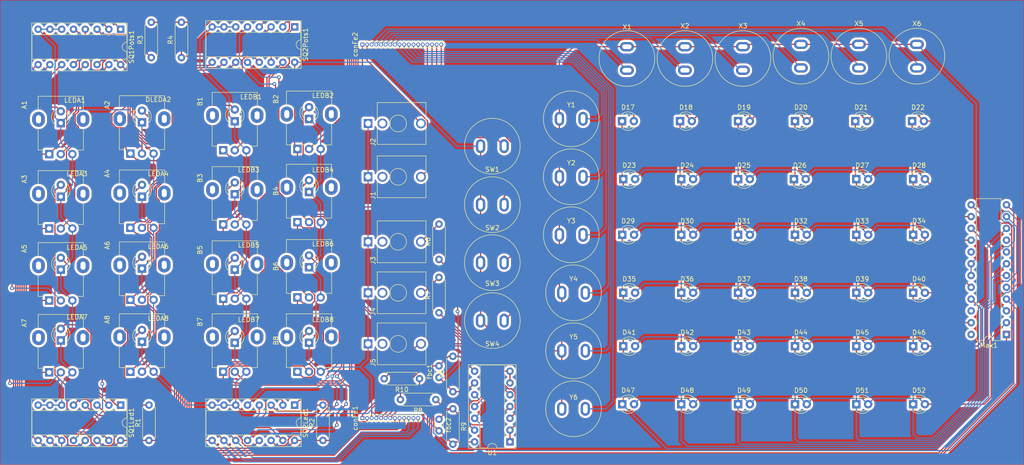
<source format=kicad_pcb>
(kicad_pcb (version 20211014) (generator pcbnew)
  (layers (0 "F.Cu" signal) (31 "B.Cu" signal) (34 "B.Paste" user) (35 "F.Paste" user) (36 "B.SilkS" user "B.Silkscreen") (37 "F.SilkS" user "F.Silkscreen") (38 "B.Mask" user) (39 "F.Mask" user) (44 "Edge.Cuts" user))
  (net 0 "")
  (footprint "LED_THT:LED_D3.0mm" (layer "F.Cu") (at 190.46 79.5)
    (fp_text reference "D25")
    (fp_text value "LED")
  )
  (footprint "LED_THT:LED_D3.0mm" (layer "F.Cu") (at 178.225 79.5)
    (fp_text reference "D24")
    (fp_text value "LED")
  )
  (footprint "Resistor_THT:R_Axial_DIN0207_L6.3mm_D2.5mm_P7.62mm_Horizontal" (layer "F.Cu") (at 125.31 127 180)
    (fp_text reference "R8")
    (fp_text value "10k")
  )
  (footprint "Potentiometer_THT:Potentiometer_Alpha_RD901F-40-00D_Single_Vertical" (layer "F.Cu") (at 95.5 121 90)
    (fp_text reference "B8")
    (fp_text value "Poti")
  )
  (footprint "LED_THT:LED_D3.0mm" (layer "F.Cu") (at 62 83.275 90)
    (fp_text reference "LEDA4")
    (fp_text value "LED")
  )
  (footprint "LED_THT:LED_D3.0mm" (layer "F.Cu") (at 44.5 83.275 90)
    (fp_text reference "LEDA3")
    (fp_text value "LED")
  )
  (footprint "LED_THT:LED_D3.0mm" (layer "F.Cu") (at 190.46 91.5)
    (fp_text reference "D31")
    (fp_text value "LED")
  )
  (footprint "Potentiometer_THT:Potentiometer_Alpha_RD901F-40-00D_Single_Vertical" (layer "F.Cu") (at 42 74.11 90)
    (fp_text reference "A1")
    (fp_text value "Poti")
  )
  (footprint "LED_THT:LED_D3.0mm" (layer "F.Cu") (at 202.725 115.5)
    (fp_text reference "D44")
    (fp_text value "LED")
  )
  (footprint "krischomat:push_button" (layer "F.Cu") (at 229 53 -90)
    (fp_text reference "X6")
    (fp_text value "SW_Push")
  )
  (footprint "LED_THT:LED_D3.0mm" (layer "F.Cu") (at 165.5 128)
    (fp_text reference "D47")
    (fp_text value "LED")
  )
  (footprint "LED_THT:LED_D3.0mm" (layer "F.Cu") (at 178.225 128)
    (fp_text reference "D48")
    (fp_text value "LED")
  )
  (footprint "Package_DIP:DIP-16_W7.62mm_Socket" (layer "F.Cu") (at 57.4 128.2 -90)
    (fp_text reference "SQ1Led1")
    (fp_text value "74HC4051")
  )
  (footprint "Connector_PinHeader_1.00mm:PinHeader_1x13_P1.00mm_Vertical" (layer "F.Cu") (at 109.5 131 90)
    (fp_text reference "conFe1")
    (fp_text value "Conn_01x13_Female")
  )
  (footprint "Potentiometer_THT:Potentiometer_Alpha_RD901F-40-00D_Single_Vertical" (layer "F.Cu") (at 79.5 105.275 90)
    (fp_text reference "B5")
    (fp_text value "Poti")
  )
  (footprint "krischomat:push_button" (layer "F.Cu") (at 137.5 110)
    (fp_text reference "SW4")
    (fp_text value "SW_Push")
  )
  (footprint "LED_THT:LED_D3.0mm" (layer "F.Cu") (at 202.725 128)
    (fp_text reference "D50")
    (fp_text value "LED")
  )
  (footprint "LED_THT:LED_D3.0mm" (layer "F.Cu") (at 228.185 115.5)
    (fp_text reference "D46")
    (fp_text value "LED")
  )
  (footprint "LED_THT:LED_D3.0mm" (layer "F.Cu") (at 165.5 91.5)
    (fp_text reference "D29")
    (fp_text value "LED")
  )
  (footprint "LED_THT:LED_D3.0mm" (layer "F.Cu") (at 44.5 99 90)
    (fp_text reference "LEDA5")
    (fp_text value "LED")
  )
  (footprint "Potentiometer_THT:Potentiometer_Alpha_RD901F-40-00D_Single_Vertical" (layer "F.Cu") (at 95.5 105 90)
    (fp_text reference "B6")
    (fp_text value "Poti")
  )
  (footprint "Potentiometer_THT:Potentiometer_Alpha_RD901F-40-00D_Single_Vertical" (layer "F.Cu") (at 79.5 73.275 90)
    (fp_text reference "B1")
    (fp_text value "Poti")
  )
  (footprint "Connector_Audio:Jack_3.5mm_QingPu_WQP-PJ398SM_Vertical_CircularHoles" (layer "F.Cu") (at 110.72 79 90)
    (fp_text reference "J1")
    (fp_text value "trg in 2")
  )
  (footprint "LED_THT:LED_D3.0mm" (layer "F.Cu") (at 98 98.5 90)
    (fp_text reference "LEDB6")
    (fp_text value "LED")
  )
  (footprint "krischomat:push_button" (layer "F.Cu") (at 216.5 53 -90)
    (fp_text reference "X5")
    (fp_text value "SW_Push")
  )
  (footprint "LED_THT:LED_D3.0mm" (layer "F.Cu") (at 228.185 91.5)
    (fp_text reference "D34")
    (fp_text value "LED")
  )
  (footprint "LED_THT:LED_D3.0mm" (layer "F.Cu") (at 215.95 79.5)
    (fp_text reference "D27")
    (fp_text value "LED")
  )
  (footprint "LED_THT:LED_D3.0mm" (layer "F.Cu") (at 82 99 90)
    (fp_text reference "LEDB5")
    (fp_text value "LED")
  )
  (footprint "Resistor_THT:R_Axial_DIN0207_L6.3mm_D2.5mm_P7.62mm_Horizontal" (layer "F.Cu") (at 129 125.31 90)
    (fp_text reference "R5")
    (fp_text value "200k")
  )
  (footprint "LED_THT:LED_D3.0mm" (layer "F.Cu") (at 82 82.775 90)
    (fp_text reference "LEDB3")
    (fp_text value "LED")
  )
  (footprint "LED_THT:LED_D3.0mm" (layer "F.Cu") (at 215.95 91.5)
    (fp_text reference "D33")
    (fp_text value "LED")
  )
  (footprint "LED_THT:LED_D3.0mm" (layer "F.Cu") (at 227.96 67)
    (fp_text reference "D22")
    (fp_text value "LED")
  )
  (footprint "LED_THT:LED_D3.0mm" (layer "F.Cu") (at 62 114.55 90)
    (fp_text reference "LEDA8")
    (fp_text value "LED")
  )
  (footprint "Potentiometer_THT:Potentiometer_Alpha_RD901F-40-00D_Single_Vertical" (layer "F.Cu") (at 79.5 89.275 90)
    (fp_text reference "B3")
    (fp_text value "Poti")
  )
  (footprint "LED_THT:LED_D3.0mm" (layer "F.Cu") (at 228.185 79.5)
    (fp_text reference "D28")
    (fp_text value "LED")
  )
  (footprint "Resistor_THT:R_Axial_DIN0207_L6.3mm_D2.5mm_P7.62mm_Horizontal" (layer "F.Cu") (at 126 96.81 90)
    (fp_text reference "R6")
    (fp_text value "1,5k")
  )
  (footprint "Resistor_THT:R_Axial_DIN0207_L6.3mm_D2.5mm_P7.62mm_Horizontal" (layer "F.Cu") (at 70.5 53.31 90)
    (fp_text reference "R4")
    (fp_text value "200k")
  )
  (footprint "LED_THT:LED_D3.0mm" (layer "F.Cu") (at 215.95 115.5)
    (fp_text reference "D45")
    (fp_text value "LED")
  )
  (footprint "Capacitor_THT:C_Disc_D3.0mm_W1.6mm_P2.50mm" (layer "F.Cu") (at 126 122.25 90)
    (fp_text reference "fbc1")
    (fp_text value ".1u")
  )
  (footprint "LED_THT:LED_D3.0mm" (layer "F.Cu") (at 165.725 104)
    (fp_text reference "D35")
    (fp_text value "LED")
  )
  (footprint "krischomat:push_button" (layer "F.Cu") (at 166.5 53.5 -90)
    (fp_text reference "X1")
    (fp_text value "SW_Push")
  )
  (footprint "Package_DIP:DIP-16_W7.62mm_Socket" (layer "F.Cu") (at 94.9 46.7 -90)
    (fp_text reference "SQ2Pots1")
    (fp_text value "74HC4051")
  )
  (footprint "LED_THT:LED_D3.0mm" (layer "F.Cu") (at 202.725 67)
    (fp_text reference "D20")
    (fp_text value "LED")
  )
  (footprint "krischomat:push_button" (layer "F.Cu") (at 155 116.5 180)
    (fp_text reference "Y5")
    (fp_text value "SW_Push")
  )
  (footprint "krischomat:push_button" (layer "F.Cu") (at 191.5 53.5 -90)
    (fp_text reference "X3")
    (fp_text value "SW_Push")
  )
  (footprint "LED_THT:LED_D3.0mm" (layer "F.Cu") (at 190.46 104)
    (fp_text reference "D37")
    (fp_text value "LED")
  )
  (footprint "Potentiometer_THT:Potentiometer_Alpha_RD901F-40-00D_Single_Vertical" (layer "F.Cu") (at 59.5 105.5 90)
    (fp_text reference "A6")
    (fp_text value "Poti")
  )
  (footprint "Connector_PinHeader_1.00mm:PinHeader_1x18_P1.00mm_Vertical" (layer "F.Cu") (at 109.5 50.5 90)
    (fp_text reference "conFe2")
    (fp_text value "Conn_01x18_Female")
  )
  (footprint "LED_THT:LED_D3.0mm" (layer "F.Cu") (at 44.5 67.425 90)
    (fp_text reference "LEDA1")
    (fp_text value "LED")
  )
  (footprint "LED_THT:LED_D3.0mm" (layer "F.Cu") (at 98 82.275 90)
    (fp_text reference "LEDB4")
    (fp_text value "LED")
  )
  (footprint "LED_THT:LED_D3.0mm" (layer "F.Cu") (at 202.725 104)
    (fp_text reference "D38")
    (fp_text value "LED")
  )
  (footprint "krischomat:push_button" (layer "F.Cu") (at 155 129 180)
    (fp_text reference "Y6")
    (fp_text value "SW_Push")
  )
  (footprint "LED_THT:LED_D3.0mm" (layer "F.Cu") (at 190.46 128)
    (fp_text reference "D49")
    (fp_text value "LED")
  )
  (footprint "Package_DIP:DIP-14_W7.62mm_Socket" (layer "F.Cu") (at 141.3 136.125 180)
    (fp_text reference "U1")
    (fp_text value "TL084")
  )
  (footprint "LED_THT:LED_D3.0mm" (layer "F.Cu") (at 190.46 115.5)
    (fp_text reference "D43")
    (fp_text value "LED")
  )
  (footprint "LED_THT:LED_D3.0mm" (layer "F.Cu") (at 228.185 128)
    (fp_text reference "D52")
    (fp_text value "LED")
  )
  (footprint "LED_THT:LED_D3.0mm" (layer "F.Cu") (at 44.5 114.275 90)
    (fp_text reference "LEDA7")
    (fp_text value "LED")
  )
  (footprint "Resistor_THT:R_Axial_DIN0207_L6.3mm_D2.5mm_P7.62mm_Horizontal" (layer "F.Cu") (at 121.81 122.5 180)
    (fp_text reference "R10")
    (fp_text value "1,5k")
  )
  (footprint "Potentiometer_THT:Potentiometer_Alpha_RD901F-40-00D_Single_Vertical" (layer "F.Cu") (at 59.5 121 90)
    (fp_text reference "A8")
    (fp_text value "Poti")
  )
  (footprint "LED_THT:LED_D3.0mm" (layer "F.Cu") (at 215.95 104)
    (fp_text reference "D39")
    (fp_text value "LED")
  )
  (footprint "krischomat:push_button" (layer "F.Cu") (at 137.5 97.5)
    (fp_text reference "SW3")
    (fp_text value "SW_Push")
  )
  (footprint "Potentiometer_THT:Potentiometer_Alpha_RD901F-40-00D_Single_Vertical" (layer "F.Cu") (at 42 90.14 90)
    (fp_text reference "A3")
    (fp_text value "Poti")
  )
  (footprint "LED_THT:LED_D3.0mm" (layer "F.Cu") (at 98 114.775 90)
    (fp_text reference "LEDB8")
    (fp_text value "LED")
  )
  (footprint "krischomat:push_button" (layer "F.Cu") (at 204 53 -90)
    (fp_text reference "X4")
    (fp_text value "SW_Push")
  )
  (footprint "Package_DIP:DIP-16_W7.62mm_Socket" (layer "F.Cu") (at 57.4 47.2 -90)
    (fp_text reference "SQ1Pots1")
    (fp_text value "74HC4051")
  )
  (footprint "LED_THT:LED_D3.0mm" (layer "F.Cu") (at 165.725 79.5)
    (fp_text reference "D23")
    (fp_text value "LED")
  )
  (footprint "LED_THT:LED_D3.0mm" (layer "F.Cu") (at 98 66.54 90)
    (fp_text reference "LEDB2")
    (fp_text value "LED")
  )
  (footprint "LED_THT:LED_D3.0mm" (layer "F.Cu") (at 190.46 67)
    (fp_text reference "D19")
    (fp_text value "LED")
  )
  (footprint "Potentiometer_THT:Potentiometer_Alpha_RD901F-40-00D_Single_Vertical" (layer "F.Cu") (at 42 105.65 90)
    (fp_text reference "A5")
    (fp_text value "Poti")
  )
  (footprint "Resistor_THT:R_Axial_DIN0207_L6.3mm_D2.5mm_P7.62mm_Horizontal" (layer "F.Cu") (at 63.5 135.81 90)
    (property "Reference" "R1")
    (property "Value" "R600")
    (fp_text reference "R1")
    (fp_text value "R600")
  )
  (footprint "Potentiometer_THT:Potentiometer_Alpha_RD901F-40-00D_Single_Vertical" (layer "F.Cu") (at 79.5 121 90)
    (fp_text reference "B7")
    (fp_text value "Poti")
  )
  (footprint "Resistor_THT:R_Axial_DIN0207_L6.3mm_D2.5mm_P7.62mm_Horizontal" (layer "F.Cu") (at 129 129 -90)
    (fp_text reference "R9")
    (fp_text value "10k")
  )
  (footprint "LED_THT:LED_D3.0mm" (layer "F.Cu") (at 62 98.775 90)
    (fp_text reference "LEDA6")
    (fp_text value "LED")
  )
  (footprint "LED_THT:LED_D3.0mm" (layer "F.Cu") (at 62 67.275 90)
    (fp_text reference "DLEDA2")
    (fp_text value "LED")
  )
  (footprint "LED_THT:LED_D3.0mm" (layer "F.Cu") (at 177.96 67)
    (fp_text reference "D18")
    (fp_text value "LED")
  )
  (footprint "Capacitor_THT:C_Disc_D3.0mm_W1.6mm_P2.50mm" (layer "F.Cu") (at 126 131.25 -90)
    (fp_text reference "fbc2")
    (fp_text value ".1u")
  )
  (footprint "LED_THT:LED_D3.0mm" (layer "F.Cu") (at 215.725 67)
    (fp_text reference "D21")
    (fp_text value "LED")
  )
  (footprint "Package_DIP:DIP-24_W7.62mm" (layer "F.Cu") (at 248.3 112.975 180)
    (fp_text reference "Max1")
    (fp_text value "MAX7219")
  )
  (footprint "LED_THT:LED_D3.0mm" (layer "F.Cu") (at 178.225 91.5)
    (fp_text reference "D30")
    (fp_text value "LED")
  )
  (footprint "Connector_Audio:Jack_3.5mm_QingPu_WQP-PJ398SM_Vertical_CircularHoles" (layer "F.Cu") (at 110.72 67.5 90)
    (fp_text reference "J2")
    (fp_text value "trg in 1")
  )
  (footprint "LED_THT:LED_D3.0mm" (layer "F.Cu") (at 215.95 128)
    (fp_text reference "D51")
    (fp_text value "LED")
  )
  (footprint "krischomat:push_button" (layer "F.Cu") (at 154.5 91.5 180)
    (fp_text reference "Y3")
    (fp_text value "SW_Push")
  )
  (footprint "LED_THT:LED_D3.0mm" (layer "F.Cu") (at 178.225 104)
    (fp_text reference "D36")
    (fp_text value "LED")
  )
  (footprint "krischomat:push_button" (layer "F.Cu") (at 155 104 180)
    (fp_text reference "Y4")
    (fp_text value "SW_Push")
  )
  (footprint "krischomat:push_button" (layer "F.Cu") (at 137.5 85)
    (fp_text reference "SW2")
    (fp_text value "SW_Push")
  )
  (footprint "LED_THT:LED_D3.0mm" (layer "F.Cu") (at 178.225 115.5)
    (fp_text reference "D42")
    (fp_text value "LED")
  )
  (footprint "krischomat:push_button" (layer "F.Cu") (at 179 53.5 -90)
    (fp_text reference "X2")
    (fp_text value "SW_Push")
  )
  (footprint "LED_THT:LED_D3.0mm" (layer "F.Cu") (at 228.185 104)
    (fp_text reference "D40")
    (fp_text value "LED")
  )
  (footprint "LED_THT:LED_D3.0mm" (layer "F.Cu") (at 82 67.05 90)
    (fp_text reference "LEDB1")
    (fp_text value "LED")
  )
  (footprint "Potentiometer_THT:Potentiometer_Alpha_RD901F-40-00D_Single_Vertical" (layer "F.Cu") (at 59.5 74 90)
    (fp_text reference "A2")
    (fp_text value "Poti")
  )
  (footprint "krischomat:push_button" (layer "F.Cu") (at 154.5 66.5 180)
    (fp_text reference "Y1")
    (fp_text value "SW_Push")
  )
  (footprint "Package_DIP:DIP-16_W7.62mm_Socket" (layer "F.Cu") (at 94.9 128.2 -90)
    (fp_text reference "SQ2Led1")
    (fp_text value "74HC4051")
  )
  (footprint "Potentiometer_THT:Potentiometer_Alpha_RD901F-40-00D_Single_Vertical" (layer "F.Cu") (at 42 121.15 90)
    (fp_text reference "A7")
    (fp_text value "Poti")
  )
  (footprint "Connector_Audio:Jack_3.5mm_QingPu_WQP-PJ398SM_Vertical_CircularHoles" (layer "F.Cu") (at 110.72 104 90)
    (fp_text reference "J4")
    (fp_text value "CV2")
  )
  (footprint "Resistor_THT:R_Axial_DIN0207_L6.3mm_D2.5mm_P7.62mm_Horizontal" (layer "F.Cu") (at 101 135.81 90)
    (property "Reference" "R1")
    (property "Value" "R600")
    (fp_text reference "R2")
    (fp_text value "R600")
  )
  (footprint "LED_THT:LED_D3.0mm" (layer "F.Cu") (at 202.725 91.5)
    (fp_text reference "D32")
    (fp_text value "LED")
  )
  (footprint "Resistor_THT:R_Axial_DIN0207_L6.3mm_D2.5mm_P7.62mm_Horizontal" (layer "F.Cu") (at 64 53.31 90)
    (fp_text reference "R3")
    (fp_text value "200k")
  )
  (footprint "Connector_Audio:Jack_3.5mm_QingPu_WQP-PJ398SM_Vertical_CircularHoles" (layer "F.Cu") (at 110.72 93 90)
    (fp_text reference "J3")
    (fp_text value "CV1")
  )
  (footprint "LED_THT:LED_D3.0mm" (layer "F.Cu") (at 165.725 115.5)
    (fp_text reference "D41")
    (fp_text value "LED")
  )
  (footprint "krischomat:push_button" (layer "F.Cu") (at 137.5 72.4)
    (fp_text reference "SW1")
    (fp_text value "SW_Push")
  )
  (footprint "Potentiometer_THT:Potentiometer_Alpha_RD901F-40-00D_Single_Vertical" (layer "F.Cu") (at 95.5 73 90)
    (fp_text reference "B2")
    (fp_text value "Poti")
  )
  (footprint "Connector_Audio:Jack_3.5mm_QingPu_WQP-PJ398SM_Vertical_CircularHoles" (layer "F.Cu") (at 110.72 115 90)
    (fp_text reference "J5")
    (fp_text value "CV3")
  )
  (footprint "LED_THT:LED_D3.0mm" (layer "F.Cu") (at 202.5 79.5)
    (fp_text reference "D26")
    (fp_text value "LED")
  )
  (footprint "LED_THT:LED_D3.0mm" (layer "F.Cu") (at 82 114.775 90)
    (fp_text reference "LEDB7")
    (fp_text value "LED")
  )
  (footprint "Resistor_THT:R_Axial_DIN0207_L6.3mm_D2.5mm_P7.62mm_Horizontal" (layer "F.Cu") (at 126 108.31 90)
    (fp_text reference "R7")
    (fp_text value "1,5k")
  )
  (footprint "Potentiometer_THT:Potentiometer_Alpha_RD901F-40-00D_Single_Vertical" (layer "F.Cu") (at 95.5 88.775 90)
    (fp_text reference "B4")
    (fp_text value "Poti")
  )
  (footprint "Potentiometer_THT:Potentiometer_Alpha_RD901F-40-00D_Single_Vertical" (layer "F.Cu") (at 59.5 90 90)
    (fp_text reference "A4")
    (fp_text value "Poti")
  )
  (footprint "LED_THT:LED_D3.0mm" (layer "F.Cu") (at 165.46 67)
    (fp_text reference "D17")
    (fp_text value "LED")
  )
  (footprint "krischomat:push_button" (layer "F.Cu") (at 154.5 79 180)
    (fp_text reference "Y2")
    (fp_text value "SW_Push")
  )
  (gr_rect (start 31.5 41) (end 252 141) (layer "F.Cu") (width 0.2) (fill none))
  (segment (start 54.12 130) (end 52.32 128.2) (width 0.25) (layer "F.Cu") (net 0))
  (segment (start 34 103) (end 34 46.864283) (width 0.25) (layer "F.Cu") (net 0))
  (segment (start 64.375951 86.988332) (end 64.375951 84.625374) (width 0.25) (layer "F.Cu") (net 0))
  (segment (start 183 64.5) (end 192 64.5) (width 0.25) (layer "F.Cu") (net 0))
  (segment (start 114.19 122.5) (end 121.69 115) (width 0.25) (layer "F.Cu") (net 0))
  (segment (start 237.655 92.655) (end 240.68 92.655) (width 0.25) (layer "F.Cu") (net 0))
  (segment (start 95.94952 74.999502) (end 96.724511 74.224511) (width 0.25) (layer "F.Cu") (net 0))
  (segment (start 55.25048 45.05048) (end 57.4 47.2) (width 0.25) (layer "F.Cu") (net 0))
  (segment (start 60.817858 88.682142) (end 62.682141 88.682142) (width 0.25) (layer "F.Cu") (net 0))
  (segment (start 99.142928 87.550489) (end 95.94952 84.357081) (width 0.25) (layer "F.Cu") (net 0))
  (segment (start 66.1 129.93) (end 64.83 131.2) (width 0.25) (layer "F.Cu") (net 0))
  (segment (start 115.94003 128.5) (end 123.5 128.5) (width 0.25) (layer "F.Cu") (net 0))
  (segment (start 55.811255 50.36952) (end 50.673802 50.36952) (width 0.25) (layer "F.Cu") (net 0))
  (segment (start 47.87048 56.72952) (end 49.78 54.82) (width 0.25) (layer "F.Cu") (net 0))
  (segment (start 69 68.228565) (end 69.89904 69.127605) (width 0.25) (layer "F.Cu") (net 0))
  (segment (start 98 105) (end 90.775489 97.775489) (width 0.25) (layer "F.Cu") (net 0))
  (segment (start 79.5 92) (end 79.5 89.275) (width 0.25) (layer "F.Cu") (net 0))
  (segment (start 140.984654 124.699954) (end 138.12548 121.84078) (width 0.25) (layer "F.Cu") (net 0))
  (segment (start 61.984781 126.56952) (end 57.825969 122.410708) (width 0.25) (layer "F.Cu") (net 0))
  (segment (start 142.59904 71.314452) (end 142.59904 107.44096) (width 0.25) (layer "F.Cu") (net 0))
  (segment (start 38.643328 132.60096) (end 43.706977 132.60096) (width 0.25) (layer "F.Cu") (net 0))
  (segment (start 215.725 67) (end 215.725 79.275) (width 0.25) (layer "F.Cu") (net 0))
  (segment (start 141.3 131.045) (end 142.424511 129.920489) (width 0.25) (layer "F.Cu") (net 0))
  (segment (start 45.553009 134.446991) (end 49.997291 134.446991) (width 0.25) (layer "F.Cu") (net 0))
  (segment (start 129 125.25) (end 129 125.31) (width 0.25) (layer "F.Cu") (net 0))
  (segment (start 116.55048 132.94952) (end 117.5 132) (width 0.25) (layer "F.Cu") (net 0))
  (segment (start 64.21644 83.830145) (end 64.825471 84.439177) (width 0.25) (layer "F.Cu") (net 0))
  (segment (start 133.585 133.585) (end 133.68 133.585) (width 0.25) (layer "F.Cu") (net 0))
  (segment (start 36.10096 121.5) (end 36.10096 130.058592) (width 0.25) (layer "F.Cu") (net 0))
  (segment (start 60.5 54.422548) (end 60.5 68.224022) (width 0.25) (layer "F.Cu") (net 0))
  (segment (start 45.824511 124.206232) (end 45.824511 132.824511) (width 0.25) (layer "F.Cu") (net 0))
  (segment (start 152.46 104) (end 152.46 116.5) (width 0.25) (layer "F.Cu") (net 0))
  (segment (start 51.88356 90.85144) (end 51.88356 121.04) (width 0.25) (layer "F.Cu") (net 0))
  (segment (start 105.461827 91.369389) (end 101.193407 87.100969) (width 0.25) (layer "F.Cu") (net 0))
  (segment (start 46.997471 133.997471) (end 53.037471 133.997471) (width 0.25) (layer "F.Cu") (net 0))
  (segment (start 126 131.25) (end 128.25 129) (width 0.25) (layer "F.Cu") (net 0))
  (segment (start 96.724511 74.224511) (end 96.724511 65.275489) (width 0.25) (layer "F.Cu") (net 0))
  (segment (start 151.96 54.04) (end 151.96 66.5) (width 0.25) (layer "F.Cu") (net 0))
  (segment (start 165.725 79.5) (end 165.725 91.275) (width 0.25) (layer "F.Cu") (net 0))
  (segment (start 98.157859 45.157859) (end 94.193119 45.157859) (width 0.25) (layer "F.Cu") (net 0))
  (segment (start 132.5 128.0947) (end 132.5 131.864282) (width 0.25) (layer "F.Cu") (net 0))
  (segment (start 108.088559 52.545688) (end 98.902648 43.359779) (width 0.25) (layer "F.Cu") (net 0))
  (segment (start 50.98452 124.32452) (end 54.86 128.2) (width 0.25) (layer "F.Cu") (net 0))
  (segment (start 98.50721 122.224511) (end 96.724511 122.224511) (width 0.25) (layer "F.Cu") (net 0))
  (segment (start 81.49279 119.775489) (end 80.775489 120.49279) (width 0.25) (layer "F.Cu") (net 0))
  (segment (start 47.16596 67.753948) (end 47.16596 65.466051) (width 0.25) (layer "F.Cu") (net 0))
  (segment (start 127.104762 110.05048) (end 113.186198 110.05048) (width 0.25) (layer "F.Cu") (net 0))
  (segment (start 141.3 125.965) (end 137.67596 122.34096) (width 0.25) (layer "F.Cu") (net 0))
  (segment (start 107.63904 52.731886) (end 107.375717 52.468564) (width 0.25) (layer "F.Cu") (net 0))
  (segment (start 122.9697 119.75) (end 126 119.75) (width 0.25) (layer "F.Cu") (net 0))
  (segment (start 64.55048 102.94952) (end 64.55048 91.782201) (width 0.25) (layer "F.Cu") (net 0))
  (segment (start 34.80288 46.69712) (end 34.80288 111.454829) (width 0.25) (layer "F.Cu") (net 0))
  (segment (start 62.682141 88.682142) (end 64.375951 86.988332) (width 0.25) (layer "F.Cu") (net 0))
  (segment (start 113.5 131) (end 113.5 130.94003) (width 0.25) (layer "F.Cu") (net 0))
  (segment (start 124.425969 137.425969) (end 125.5 138.5) (width 0.25) (layer "F.Cu") (net 0))
  (segment (start 88.695489 47.824511) (end 88.675489 47.824511) (width 0.25) (layer "F.Cu") (net 0))
  (segment (start 62 71.635718) (end 62 74) (width 0.25) (layer "F.Cu") (net 0))
  (segment (start 117.5 132) (end 117.5 131) (width 0.25) (layer "F.Cu") (net 0))
  (segment (start 123.976449 137.612167) (end 125.313803 138.94952) (width 0.25) (layer "F.Cu") (net 0))
  (segment (start 108.635718 132.5) (end 116 132.5) (width 0.25) (layer "F.Cu") (net 0))
  (segment (start 137.344511 132.460489) (end 141.3 128.505) (width 0.25) (layer "F.Cu") (net 0))
  (segment (start 98 121) (end 96.775489 119.775489) (width 0.25) (layer "F.Cu") (net 0))
  (segment (start 35.70192 111.827223) (end 35.70192 59.162363) (width 0.25) (layer "F.Cu") (net 0))
  (segment (start 43.706977 132.60096) (end 45.553009 134.446991) (width 0.25) (layer "F.Cu") (net 0))
  (segment (start 115.5 130.94003) (end 116.99051 129.44952) (width 0.25) (layer "F.Cu") (net 0))
  (segment (start 38.58 90.14) (end 42 90.14) (width 0.25) (layer "F.Cu") (net 0))
  (segment (start 50.1703 127) (end 51 127.8297) (width 0.25) (layer "F.Cu") (net 0))
  (segment (start 43.615 64) (end 38.5 64) (width 0.25) (layer "F.Cu") (net 0))
  (segment (start 63.275489 106.275489) (end 65 108) (width 0.25) (layer "F.Cu") (net 0))
  (segment (start 35.2524 58.976165) (end 35.2524 111.641026) (width 0.25) (layer "F.Cu") (net 0))
  (segment (start 129 129) (end 127.31 129) (width 0.25) (layer "F.Cu") (net 0))
  (segment (start 202.725 114.225) (end 202.725 115.5) (width 0.25) (layer "F.Cu") (net 0))
  (segment (start 129.495 136.125) (end 129 136.62) (width 0.25) (layer "F.Cu") (net 0))
  (segment (start 99.000489 89.999511) (end 99.224511 89.775489) (width 0.25) (layer "F.Cu") (net 0))
  (segment (start 106.29048 64.70952) (end 106.29048 53.29048) (width 0.25) (layer "F.Cu") (net 0))
  (segment (start 63.275489 90.50721) (end 63.275489 89.360228) (width 0.25) (layer "F.Cu") (net 0))
  (segment (start 140.04 72.4) (end 138.21548 70.57548) (width 0.25) (layer "F.Cu") (net 0))
  (segment (start 132.721678 70.12596) (end 140.139114 70.12596) (width 0.25) (layer "F.Cu") (net 0))
  (segment (start 129 136.62) (end 126.13 133.75) (width 0.25) (layer "F.Cu") (net 0))
  (segment (start 42.38 133.5) (end 44.7 135.82) (width 0.25) (layer "F.Cu") (net 0))
  (segment (start 128 85.5) (end 130 87.5) (width 0.25) (layer "F.Cu") (net 0))
  (segment (start 69.44952 132.585238) (end 72.684282 135.82) (width 0.25) (layer "F.Cu") (net 0))
  (segment (start 58.55048 69.05048) (end 58.55048 73.05048) (width 0.25) (layer "F.Cu") (net 0))
  (segment (start 138.21548 70.57548) (end 132.535481 70.57548) (width 0.25) (layer "F.Cu") (net 0))
  (segment (start 104.5 102.46) (end 98 95.96) (width 0.25) (layer "F.Cu") (net 0))
  (segment (start 65 91.231721) (end 65 103.135718) (width 0.25) (layer "F.Cu") (net 0))
  (segment (start 76.404988 118.876449) (end 72.59616 122.685277) (width 0.25) (layer "F.Cu") (net 0))
  (segment (start 95.5 84.543279) (end 95.5 73) (width 0.25) (layer "F.Cu") (net 0))
  (segment (start 59.5 105.5) (end 64.10096 100.89904) (width 0.25) (layer "F.Cu") (net 0))
  (segment (start 245 94.435) (end 240.68 90.115) (width 0.25) (layer "F.Cu") (net 0))
  (segment (start 45.355 110.88) (end 49.172271 110.88) (width 0.25) (layer "F.Cu") (net 0))
  (segment (start 60 68.364282) (end 60 54.558265) (width 0.25) (layer "F.Cu") (net 0))
  (segment (start 98 73) (end 98.774991 73) (width 0.25) (layer "F.Cu") (net 0))
  (segment (start 140.04 83.26) (end 140.04 85) (width 0.25) (layer "F.Cu") (net 0))
  (segment (start 114.5 131) (end 114.5 130.94003) (width 0.25) (layer "F.Cu") (net 0))
  (segment (start 46 135.5297) (end 46 136.5) (width 0.25) (layer "F.Cu") (net 0))
  (segment (start 62.06 128.19) (end 60.25 130) (width 0.25) (layer "F.Cu") (net 0))
  (segment (start 62 112.01) (end 58.275489 115.734511) (width 0.25) (layer "F.Cu") (net 0))
  (segment (start 37.05048 91.66952) (end 38.58 90.14) (width 0.25) (layer "F.Cu") (net 0))
  (segment (start 218.265 67) (end 220.765 64.5) (width 0.25) (layer "F.Cu") (net 0))
  (segment (start 64.825471 84.439177) (end 64.825471 87.174529) (width 0.25) (layer "F.Cu") (net 0))
  (segment (start 109.5 85.5) (end 128 85.5) (width 0.25) (layer "F.Cu") (net 0))
  (segment (start 39.62 54.82) (end 39.408565 54.82) (width 0.25) (layer "F.Cu") (net 0))
  (segment (start 137.825718 119.5) (end 128.5 110.174282) (width 0.25) (layer "F.Cu") (net 0))
  (segment (start 123.178084 129.44952) (end 123.526929 129.798365) (width 0.25) (layer "F.Cu") (net 0))
  (segment (start 55.984511 135.354211) (end 55.984511 136.285789) (width 0.25) (layer "F.Cu") (net 0))
  (segment (start 35.20192 112.962941) (end 35.20192 130.430988) (width 0.25) (layer "F.Cu") (net 0))
  (segment (start 104.69 135.81) (end 101 135.81) (width 0.25) (layer "F.Cu") (net 0))
  (segment (start 36.15144 112.01342) (end 35.20192 112.962941) (width 0.25) (layer "F.Cu") (net 0))
  (segment (start 142.14952 95.39048) (end 140.04 97.5) (width 0.25) (layer "F.Cu") (net 0))
  (segment (start 215.95 104) (end 215.95 115.5) (width 0.25) (layer "F.Cu") (net 0))
  (segment (start 53.18 56.5) (end 49.754991 56.5) (width 0.25) (layer "F.Cu") (net 0))
  (segment (start 245 126.5) (end 245 94.435) (width 0.25) (layer "F.Cu") (net 0))
  (segment (start 51 136.0903) (end 52.46018 137.55048) (width 0.25) (layer "F.Cu") (net 0))
  (segment (start 67 72.5) (end 67 79.657729) (width 0.25) (layer "F.Cu") (net 0))
  (segment (start 88.93485 57.74515) (end 92.36 54.32) (width 0.25) (layer "F.Cu") (net 0))
  (segment (start 89.82 51.144282) (end 89.82 54.32) (width 0.25) (layer "F.Cu") (net 0))
  (segment (start 72.146641 122.088359) (end 72.146641 131.375205) (width 0.25) (layer "F.Cu") (net 0))
  (segment (start 139.54 97) (end 140.04 97.5) (width 0.25) (layer "F.Cu") (net 0))
  (segment (start 72.59616 122.685277) (end 72.59616 131.189006) (width 0.25) (layer "F.Cu") (net 0))
  (segment (start 46.444511 136.944511) (end 48.655489 136.944511) (width 0.25) (layer "F.Cu") (net 0))
  (segment (start 130.485 117.69) (end 133.68 120.885) (width 0.25) (layer "F.Cu") (net 0))
  (segment (start 228.185 79.5) (end 228.185 91.5) (width 0.25) (layer "F.Cu") (net 0))
  (segment (start 84.3297 137) (end 86.1 137) (width 0.25) (layer "F.Cu") (net 0))
  (segment (start 35.65144 130.24479) (end 38.45713 133.05048) (width 0.25) (layer "F.Cu") (net 0))
  (segment (start 249.424511 123.346924) (end 249.424511 89.649211) (width 0.25) (layer "F.Cu") (net 0))
  (segment (start 89.82 46.7) (end 88.695489 47.824511) (width 0.25) (layer "F.Cu") (net 0))
  (segment (start 55.984511 127.734211) (end 55.984511 127.744511) (width 0.25) (layer "F.Cu") (net 0))
  (segment (start 57.4 54.82) (end 56.08 53.5) (width 0.25) (layer "F.Cu") (net 0))
  (segment (start 69 71.735) (end 69 127.665717) (width 0.25) (layer "F.Cu") (net 0))
  (segment (start 141.7 71.686846) (end 141.7 81.6) (width 0.25) (layer "F.Cu") (net 0))
  (segment (start 86.155489 53.195489) (end 87.28 54.32) (width 0.25) (layer "F.Cu") (net 0))
  (segment (start 55.984511 136.285789) (end 55.325789 136.944511) (width 0.25) (layer "F.Cu") (net 0))
  (segment (start 94.9 135.82) (end 93.22 137.5) (width 0.25) (layer "F.Cu") (net 0))
  (segment (start 41.52 58) (end 37.5 58) (width 0.25) (layer "F.Cu") (net 0))
  (segment (start 98.344057 44.708339) (end 94.006921 44.708339) (width 0.25) (layer "F.Cu") (net 0))
  (segment (start 193 65.5) (end 193 67) (width 0.25) (layer "F.Cu") (net 0))
  (segment (start 98 112.235) (end 91.358551 118.876449) (width 0.25) (layer "F.Cu") (net 0))
  (segment (start 235.5 84.275) (end 235.5 90.5) (width 0.25) (layer "F.Cu") (net 0))
  (segment (start 60.5 68.224022) (end 63.275978 71) (width 0.25) (layer "F.Cu") (net 0))
  (segment (start 96.724511 65.275489) (end 98 64) (width 0.25) (layer "F.Cu") (net 0))
  (segment (start 202.5 79.5) (end 202.5 91.275) (width 0.25) (layer "F.Cu") (net 0))
  (segment (start 48.32 68.272271) (end 48.32 70.925718) (width 0.25) (layer "F.Cu") (net 0))
  (segment (start 125.93 89.19) (end 126 89.19) (width 0.25) (layer "F.Cu") (net 0))
  (segment (start 54.86 54.82) (end 53.18 56.5) (width 0.25) (layer "F.Cu") (net 0))
  (segment (start 70.5 51.7297) (end 70.5 53.31) (width 0.25) (layer "F.Cu") (net 0))
  (segment (start 103.407154 139) (end 42.8 139) (width 0.25) (layer "F.Cu") (net 0))
  (segment (start 165.5 91.5) (end 165.5 103.775) (width 0.25) (layer "F.Cu") (net 0))
  (segment (start 121.69 115) (end 122.12 115) (width 0.25) (layer "F.Cu") (net 0))
  (segment (start 99.224511 121.50721) (end 98.50721 122.224511) (width 0.25) (layer "F.Cu") (net 0))
  (segment (start 88.675489 47.824511) (end 83.5 53) (width 0.25) (layer "F.Cu") (net 0))
  (segment (start 61 91.5) (end 59.5 90) (width 0.25) (layer "F.Cu") (net 0))
  (segment (start 104 122) (end 105.461827 120.538173) (width 0.25) (layer "F.Cu") (net 0))
  (segment (start 165.725 127.775) (end 165.5 128) (width 0.25) (layer "F.Cu") (net 0))
  (segment (start 80.39904 123.89904) (end 106.29808 123.89904) (width 0.25) (layer "F.Cu") (net 0))
  (segment (start 169.5 64) (end 177.5 64) (width 0.25) (layer "F.Cu") (net 0))
  (segment (start 59.5 121) (end 64.55048 115.94952) (width 0.25) (layer "F.Cu") (net 0))
  (segment (start 138.12548 121.84078) (end 138.12548 121.071197) (width 0.25) (layer "F.Cu") (net 0))
  (segment (start 92.36 127.36) (end 92.36 128.2) (width 0.25) (layer "F.Cu") (net 0))
  (segment (start 83.5 53) (end 71.5 53) (width 0.25) (layer "F.Cu") (net 0))
  (segment (start 36 45.5) (end 34.80288 46.69712) (width 0.25) (layer "F.Cu") (net 0))
  (segment (start 125.011198 115.44952) (end 130.596648 115.44952) (width 0.25) (layer "F.Cu") (net 0))
  (segment (start 37.05048 112.385814) (end 37.05048 106.90952) (width 0.25) (layer "F.Cu") (net 0))
  (segment (start 81.1 63.61) (end 70.89 63.61) (width 0.25) (layer "F.Cu") (net 0))
  (segment (start 98.05769 119.325969) (end 101.11548 116.268179) (width 0.25) (layer "F.Cu") (net 0))
  (segment (start 94.418722 134.695489) (end 93.484511 135.6297) (width 0.25) (layer "F.Cu") (net 0))
  (segment (start 116 132.5) (end 116.5 132) (width 0.25) (layer "F.Cu") (net 0))
  (segment (start 83.615489 135.615489) (end 83.615489 136.285789) (width 0.25) (layer "F.Cu") (net 0))
  (segment (start 94.9 135.82) (end 94.9 135.6) (width 0.25) (layer "F.Cu") (net 0))
  (segment (start 91.871207 55.444511) (end 92.825789 55.444511) (width 0.25) (layer "F.Cu") (net 0))
  (segment (start 141.7 81.6) (end 140.04 83.26) (width 0.25) (layer "F.Cu") (net 0))
  (segment (start 234.5 108.5) (end 236.435 110.435) (width 0.25) (layer "F.Cu") (net 0))
  (segment (start 40.28952 133.94952) (end 38.084734 133.94952) (width 0.25) (layer "F.Cu") (net 0))
  (segment (start 49.997291 134.446991) (end 51 135.4497) (width 0.25) (layer "F.Cu") (net 0))
  (segment (start 83.615489 71.659511) (end 83.615489 53.854211) (width 0.25) (layer "F.Cu") (net 0))
  (segment (start 47.61548 65.652249) (end 47.61548 67.567751) (width 0.25) (layer "F.Cu") (net 0))
  (segment (start 80.52 56) (end 72.635718 56) (width 0.25) (layer "F.Cu") (net 0))
  (segment (start 236.435 110.435) (end 240.68 110.435) (width 0.25) (layer "F.Cu") (net 0))
  (segment (start 109.5 131) (end 109.5 130.325) (width 0.25) (layer "F.Cu") (net 0))
  (segment (start 57.825969 115.548314) (end 58.88452 114.489762) (width 0.25) (layer "F.Cu") (net 0))
  (segment (start 65.65144 76.15144) (end 65 75.5) (width 0.25) (layer "F.Cu") (net 0))
  (segment (start 107 133.5) (end 104.69 135.81) (width 0.25) (layer "F.Cu") (net 0))
  (segment (start 64.55048 108.186198) (end 63.182141 106.817859) (width 0.25) (layer "F.Cu") (net 0))
  (segment (start 98.17934 132.60096) (end 102.124511 128.655789) (width 0.25) (layer "F.Cu") (net 0))
  (segment (start 151.46 79.5) (end 151.96 79) (width 0.25) (layer "F.Cu") (net 0))
  (segment (start 91.5 57.54) (end 91.5 82.275) (width 0.25) (layer "F.Cu") (net 0))
  (segment (start 96.034511 127.065489) (end 94.9 128.2) (width 0.25) (layer "F.Cu") (net 0))
  (segment (start 37.5 58) (end 36.15144 59.34856) (width 0.25) (layer "F.Cu") (net 0))
  (segment (start 95.94952 84.357081) (end 95.94952 74.999502) (width 0.25) (layer "F.Cu") (net 0))
  (segment (start 64.375951 84.625374) (end 63.76692 84.016342) (width 0.25) (layer "F.Cu") (net 0))
  (segment (start 67 79.657729) (end 65.11548 81.542249) (width 0.25) (layer "F.Cu") (net 0))
  (segment (start 45.724511 78.588793) (end 47.5 80.364282) (width 0.25) (layer "F.Cu") (net 0))
  (segment (start 141.3 120.885) (end 138.575 120.885) (width 0.25) (layer "F.Cu") (net 0))
  (segment (start 66.10096 72.872396) (end 66.10096 79.285333) (width 0.25) (layer "F.Cu") (net 0))
  (segment (start 81.5 133.5) (end 83.615489 135.615489) (width 0.25) (layer "F.Cu") (net 0))
  (segment (start 136.323564 121.176436) (end 136.323564 125.225718) (width 0.25) (layer "F.Cu") (net 0))
  (segment (start 89.38437 82.526347) (end 89.38437 57.931348) (width 0.25) (layer "F.Cu") (net 0))
  (segment (start 76.44 55) (end 72.364283 55) (width 0.25) (layer "F.Cu") (net 0))
  (segment (start 110.5 131.499022) (end 110.249511 131.749511) (width 0.25) (layer "F.Cu") (net 0))
  (segment (start 101.565489 127.065489) (end 96.034511 127.065489) (width 0.25) (layer "F.Cu") (net 0))
  (segment (start 108.538079 84.538079) (end 109.5 85.5) (width 0.25) (layer "F.Cu") (net 0))
  (segment (start 92.36 46.35526) (end 92.36 46.7) (width 0.25) (layer "F.Cu") (net 0))
  (segment (start 124.425969 129.425969) (end 124.425969 137.425969) (width 0.25) (layer "F.Cu") (net 0))
  (segment (start 108.750489 131.749511) (end 107 133.5) (width 0.25) (layer "F.Cu") (net 0))
  (segment (start 99.224511 104.49279) (end 99.224511 105.775489) (width 0.25) (layer "F.Cu") (net 0))
  (segment (start 202.725 104) (end 202.725 114.225) (width 0.25) (layer "F.Cu") (net 0))
  (segment (start 48.5 54.195718) (end 48.5 55.464282) (width 0.25) (layer "F.Cu") (net 0))
  (segment (start 72.59616 131.189006) (end 73.109074 131.70192) (width 0.25) (layer "F.Cu") (net 0))
  (segment (start 73.109074 131.70192) (end 85.686197 131.70192) (width 0.25) (layer "F.Cu") (net 0))
  (segment (start 59.44952 54.643502) (end 59.44952 68.44952) (width 0.25) (layer "F.Cu") (net 0))
  (segment (start 70 64.5) (end 70 67.95713) (width 0.25) (layer "F.Cu") (net 0))
  (segment (start 123.364282 129) (end 123.976449 129.612167) (width 0.25) (layer "F.Cu") (net 0))
  (segment (start 202.725 91.5) (end 202.725 104) (width 0.25) (layer "F.Cu") (net 0))
  (segment (start 102 121.5) (end 104.5 119) (width 0.25) (layer "F.Cu") (net 0))
  (segment (start 52.46018 137.55048) (end 55.66952 137.55048) (width 0.25) (layer "F.Cu") (net 0))
  (segment (start 79.5 108) (end 79.5 105.275) (width 0.25) (layer "F.Cu") (net 0))
  (segment (start 104.966196 123.44952) (end 107.18952 121.226196) (width 0.25) (layer "F.Cu") (net 0))
  (segment (start 230.725 128) (end 243.5 128) (width 0.25) (layer "F.Cu") (net 0))
  (segment (start 63.275489 89.360228) (end 65.274991 87.360726) (width 0.25) (layer "F.Cu") (net 0))
  (segment (start 70.5 45.69) (end 75.268264 45.69) (width 0.25) (layer "F.Cu") (net 0))
  (segment (start 64.83 131.2) (end 52.78 131.2) (width 0.25) (layer "F.Cu") (net 0))
  (segment (start 103.271436 138.5) (end 108.821916 132.94952) (width 0.25) (layer "F.Cu") (net 0))
  (segment (start 230.725 91.5) (end 230.725 92.86) (width 0.25) (layer "F.Cu") (net 0))
  (segment (start 118.5 132) (end 118.5 131) (width 0.25) (layer "F.Cu") (net 0))
  (segment (start 65.65048 129.743802) (end 65.65048 127.373304) (width 0.25) (layer "F.Cu") (net 0))
  (segment (start 34.7524 112.776744) (end 35.70192 111.827223) (width 0.25) (layer "F.Cu") (net 0))
  (segment (start 102 122.060308) (end 102 121.5) (width 0.25) (layer "F.Cu") (net 0))
  (segment (start 49.195718 53.5) (end 48.5 54.195718) (width 0.25) (layer "F.Cu") (net 0))
  (segment (start 107.375717 52.468564) (end 98.716451 43.809299) (width 0.25) (layer "F.Cu") (net 0))
  (segment (start 122.12 67.5) (end 109.5 54.88) (width 0.25) (layer "F.Cu") (net 0))
  (segment (start 38.5 64) (end 36.60096 65.89904) (width 0.25) (layer "F.Cu") (net 0))
  (segment (start 96.39904 84.170883) (end 96.39904 81.33596) (width 0.25) (layer "F.Cu") (net 0))
  (segment (start 64.944762 130.44952) (end 65.65048 129.743802) (width 0.25) (layer "F.Cu") (net 0))
  (segment (start 93.22 137.5) (end 73.728565 137.5) (width 0.25) (layer "F.Cu") (net 0))
  (segment (start 93.484511 135.6297) (end 93.484511 136.285789) (width 0.25) (layer "F.Cu") (net 0))
  (segment (start 82 80.235) (end 71.247601 90.987399) (width 0.25) (layer "F.Cu") (net 0))
  (segment (start 116.44003 129) (end 123.364282 129) (width 0.25) (layer "F.Cu") (net 0))
  (segment (start 57.4 54.82) (end 58.55048 55.97048) (width 0.25) (layer "F.Cu") (net 0))
  (segment (start 165.725 104) (end 165.725 115.5) (width 0.25) (layer "F.Cu") (net 0))
  (segment (start 63.182141 106.817859) (end 60.817859 106.817859) (width 0.25) (layer "F.Cu") (net 0))
  (segment (start 51.502735 56.05048) (end 51 55.547745) (width 0.25) (layer "F.Cu") (net 0))
  (segment (start 53.037471 133.997471) (end 54.86 135.82) (width 0.25) (layer "F.Cu") (net 0))
  (segment (start 99.81 128.19) (end 98.5 129.5) (width 0.25) (layer "F.Cu") (net 0))
  (segment (start 65 118) (end 62 121) (width 0.25) (layer "F.Cu") (net 0))
  (segment (start 69.44952 69.313803) (end 69.44952 132.585238) (width 0.25) (layer "F.Cu") (net 0))
  (segment (start 93.775489 45.575489) (end 93.775489 47.188793) (width 0.25) (layer "F.Cu") (net 0))
  (segment (start 65.313802 71.44952) (end 63.085238 71.44952) (width 0.25) (layer "F.Cu") (net 0))
  (segment (start 228.185 91.5) (end 228.185 104) (width 0.25) (layer "F.Cu") (net 0))
  (segment (start 140.139114 70.12596) (end 141.7 71.686846) (width 0.25) (layer "F.Cu") (net 0))
  (segment (start 202.725 114.225) (end 202.725 128) (width 0.25) (layer "F.Cu") (net 0))
  (segment (start 141.625254 124.699954) (end 140.984654 124.699954) (width 0.25) (layer "F.Cu") (net 0))
  (segment (start 116.5 132) (end 116.5 131) (width 0.25) (layer "F.Cu") (net 0))
  (segment (start 143 131.885) (end 143 120.5) (width 0.25) (layer "F.Cu") (net 0))
  (segment (start 192 50.46) (end 191.5 50.96) (width 0.25) (layer "F.Cu") (net 0))
  (segment (start 39.408565 54.82) (end 35.2524 58.976165) (width 0.25) (layer "F.Cu") (net 0))
  (segment (start 57.94452 68.44452) (end 58.55048 69.05048) (width 0.25) (layer "F.Cu") (net 0))
  (segment (start 131.795 125.31) (end 133.68 123.425) (width 0.25) (layer "F.Cu") (net 0))
  (segment (start 165.46 79.235) (end 165.725 79.5) (width 0.25) (layer "F.Cu") (net 0))
  (segment (start 70.79808 68.755211) (end 70.79808 131.980221) (width 0.25) (layer "F.Cu") (net 0))
  (segment (start 94.9 135.82) (end 100.99 135.82) (width 0.25) (layer "F.Cu") (net 0))
  (segment (start 51.43404 103.39404) (end 51.43404 124.138322) (width 0.25) (layer "F.Cu") (net 0))
  (segment (start 47.5 87.14) (end 44.5 90.14) (width 0.25) (layer "F.Cu") (net 0))
  (segment (start 123.5 128.5) (end 124.425969 129.425969) (width 0.25) (layer "F.Cu") (net 0))
  (segment (start 82 105.275) (end 88.5 98.775) (width 0.25) (layer "F.Cu") (net 0))
  (segment (start 58.55048 73.05048) (end 59.5 74) (width 0.25) (layer "F.Cu") (net 0))
  (segment (start 177.96 79.235) (end 178.225 79.5) (width 0.25) (layer "F.Cu") (net 0))
  (segment (start 51.88356 121.04) (end 53.444511 122.600951) (width 0.25) (layer "F.Cu") (net 0))
  (segment (start 92.825789 55.444511) (end 93.775489 54.494811) (width 0.25) (layer "F.Cu") (net 0))
  (segment (start 244.635489 88.990489) (end 240.68 85.035) (width 0.25) (layer "F.Cu") (net 0))
  (segment (start 207.765 64.5) (end 215.765 64.5) (width 0.25) (layer "F.Cu") (net 0))
  (segment (start 90.775489 97.775489) (end 90.775489 59.275489) (width 0.25) (layer "F.Cu") (net 0))
  (segment (start 47.504283 47.2) (end 47.24 47.2) (width 0.25) (layer "F.Cu") (net 0))
  (segment (start 130 87.5) (end 130 108) (width 0.25) (layer "F.Cu") (net 0))
  (segment (start 69.89904 69.127605) (end 69.89904 132.39904) (width 0.25) (layer "F.Cu") (net 0))
  (segment (start 53.415718 126.12) (end 54.3703 126.12) (width 0.25) (layer "F.Cu") (net 0))
  (segment (start 64.10096 92.10096) (end 63.5 91.5) (width 0.25) (layer "F.Cu") (net 0))
  (segment (start 34.80288 111.454829) (end 33.5 112.757709) (width 0.25) (layer "F.Cu") (net 0))
  (segment (start 66.55048 79.471531) (end 66.55048 72.686198) (width 0.25) (layer "F.Cu") (net 0))
  (segment (start 249.424511 89.649211) (end 248.765789 88.990489) (width 0.25) (layer "F.Cu") (net 0))
  (segment (start 132.907877 69.67644) (end 140.325311 69.67644) (width 0.25) (layer "F.Cu") (net 0))
  (segment (start 195.5 64.5) (end 202.765 64.5) (width 0.25) (layer "F.Cu") (net 0))
  (segment (start 123.526929 137.798364) (end 125.127606 139.39904) (width 0.25) (layer "F.Cu") (net 0))
  (segment (start 106 128) (end 104 130) (width 0.25) (layer "F.Cu") (net 0))
  (segment (start 121.81 122.5) (end 121.81 125.81) (width 0.25) (layer "F.Cu") (net 0))
  (segment (start 63.5 91.5) (end 61 91.5) (width 0.25) (layer "F.Cu") (net 0))
  (segment (start 237 71) (end 237 85.5) (width 0.25) (layer "F.Cu") (net 0))
  (segment (start 57.41 135.81) (end 57.4 135.82) (width 0.25) (layer "F.Cu") (net 0))
  (segment (start 43.24 121.621721) (end 45.824511 124.206232) (width 0.25) (layer "F.Cu") (net 0))
  (segment (start 233.5 104) (end 234.5 105) (width 0.25) (layer "F.Cu") (net 0))
  (segment (start 80.38 134) (end 82.2 135.82) (width 0.25) (layer "F.Cu") (net 0))
  (segment (start 50.98452 112.692249) (end 50.98452 124.32452) (width 0.25) (layer "F.Cu") (net 0))
  (segment (start 70.34856 68.941408) (end 70.34856 132.166419) (width 0.25) (layer "F.Cu") (net 0))
  (segment (start 35.20192 130.430988) (end 38.270933 133.5) (width 0.25) (layer "F.Cu") (net 0))
  (segment (start 128.5 110.174282) (end 128.5 99.31) (width 0.25) (layer "F.Cu") (net 0))
  (segment (start 54.86 47.2) (end 53.16 45.5) (width 0.25) (layer "F.Cu") (net 0))
  (segment (start 62.170978 126.12) (end 65.032894 126.12) (width 0.25) (layer "F.Cu") (net 0))
  (segment (start 229 50.46) (end 216.5 50.46) (width 0.25) (layer "F.Cu") (net 0))
  (segment (start 58.88452 112.542249) (end 58.275489 111.933218) (width 0.25) (layer "F.Cu") (net 0))
  (segment (start 78.28952 134.44952) (end 79.66 135.82) (width 0.25) (layer "F.Cu") (net 0))
  (segment (start 42.8 139) (end 39.62 135.82) (width 0.25) (layer "F.Cu") (net 0))
  (segment (start 137 125.185) (end 133.68 128.505) (width 0.25) (layer "F.Cu") (net 0))
  (segment (start 88.695489 129.983233) (end 88.695489 127.304511) (width 0.25) (layer "F.Cu") (net 0))
  (segment (start 121.81 125.81) (end 124.875489 128.875489) (width 0.25) (layer "F.Cu") (net 0))
  (segment (start 235.5 90.5) (end 237.655 92.655) (width 0.25) (layer "F.Cu") (net 0))
  (segment (start 50.52515 53.5) (end 49.195718 53.5) (width 0.25) (layer "F.Cu") (net 0))
  (segment (start 125.127606 139.39904) (end 234.008112 139.39904) (width 0.25) (layer "F.Cu") (net 0))
  (segment (start 46 136.5) (end 46.444511 136.944511) (width 0.25) (layer "F.Cu") (net 0))
  (segment (start 45.824511 132.824511) (end 46.997471 133.997471) (width 0.25) (layer "F.Cu") (net 0))
  (segment (start 93.484511 136.285789) (end 92.825789 136.944511) (width 0.25) (layer "F.Cu") (net 0))
  (segment (start 234.008112 139.39904) (end 249.874031 123.533121) (width 0.25) (layer "F.Cu") (net 0))
  (segment (start 58.275489 111.933218) (end 58.275489 99.959511) (width 0.25) (layer "F.Cu") (net 0))
  (segment (start 63.275489 104.860229) (end 63.275489 106.275489) (width 0.25) (layer "F.Cu") (net 0))
  (segment (start 101.11548 109.11548) (end 100.5 108.5) (width 0.25) (layer "F.Cu") (net 0))
  (segment (start 70.79808 131.980221) (end 72.317859 133.5) (width 0.25) (layer "F.Cu") (net 0))
  (segment (start 34.30288 112.590547) (end 34.30288 130.803384) (width 0.25) (layer "F.Cu") (net 0))
  (segment (start 108.907154 133.5) (end 103.407154 139) (width 0.25) (layer "F.Cu") (net 0))
  (segment (start 78.420401 43.809299) (end 70.5 51.7297) (width 0.25) (layer "F.Cu") (net 0))
  (segment (start 106.29048 53.29048) (end 98.157859 45.157859) (width 0.25) (layer "F.Cu") (net 0))
  (segment (start 70 67.95713) (end 70.79808 68.755211) (width 0.25) (layer "F.Cu") (net 0))
  (segment (start 165.725 115.5) (end 165.725 127.775) (width 0.25) (layer "F.Cu") (net 0))
  (segment (start 69.5 59.135718) (end 69.5 68.092848) (width 0.25) (layer "F.Cu") (net 0))
  (segment (start 59 68.635718) (end 62 71.635718) (width 0.25) (layer "F.Cu") (net 0))
  (segment (start 63.76692 84.016342) (end 63.76692 80.983655) (width 0.25) (layer "F.Cu") (net 0))
  (segment (start 93.775489 54.494811) (end 93.775489 47.824511) (width 0.25) (layer "F.Cu") (net 0))
  (segment (start 47.24 54.82) (end 51.24096 50.81904) (width 0.25) (layer "F.Cu") (net 0))
  (segment (start 190.46 79.5) (end 190.46 91.5) (width 0.25) (layer "F.Cu") (net 0))
  (segment (start 47.87048 68.458469) (end 47.16596 67.753948) (width 0.25) (layer "F.Cu") (net 0))
  (segment (start 100.5 108.5) (end 96 108.5) (width 0.25) (layer "F.Cu") (net 0))
  (segment (start 168 67) (end 168 65.5) (width 0.25) (layer "F.Cu") (net 0))
  (segment (start 220.765 64.5) (end 228 64.5) (width 0.25) (layer "F.Cu") (net 0))
  (segment (start 130.596648 115.44952) (end 136.323564 121.176436) (width 0.25) (layer "F.Cu") (net 0))
  (segment (start 95.5 108) (end 95 108.5) (width 0.25) (layer "F.Cu") (net 0))
  (segment (start 51 135.4497) (end 51 136.0903) (width 0.25) (layer "F.Cu") (net 0))
  (segment (start 89.721181 44.258819) (end 87.28 46.7) (width 0.25) (layer "F.Cu") (net 0))
  (segment (start 99.224511 105.775489) (end 98.5 106.5) (width 0.25) (layer "F.Cu") (net 0))
  (segment (start 80 108.5) (end 79.5 108) (width 0.25) (layer "F.Cu") (net 0))
  (segment (start 95.5 88.775) (end 96.724511 89.999511) (width 0.25) (layer "F.Cu") (net 0))
  (segment (start 68.5 58.864283) (end 68.5 68.364283) (width 0.25) (layer "F.Cu") (net 0))
  (segment (start 58.55048 63.728384) (end 57.723384 64.55548) (width 0.25) (layer "F.Cu") (net 0))
  (segment (start 65.65144 79.099135) (end 65.65144 76.15144) (width 0.25) (layer "F.Cu") (net 0))
  (segment (start 165.46 67) (end 165.46 79.235) (width 0.25) (layer "F.Cu") (net 0))
  (segment (start 42 121.15) (end 36.45096 121.15) (width 0.25) (layer "F.Cu") (net 0))
  (segment (start 84 123) (end 104.779999 123) (width 0.25) (layer "F.Cu") (net 0))
  (segment (start 126.5 50.5) (end 126.5 62.632846) (width 0.25) (layer "F.Cu") (net 0))
  (segment (start 230.725 79.5) (end 235.5 84.275) (width 0.25) (layer "F.Cu") (net 0))
  (segment (start 44.5 96.46) (end 51.43404 103.39404) (width 0.25) (layer "F.Cu") (net 0))
  (segment (start 126.13 133.75) (end 126 133.75) (width 0.25) (layer "F.Cu") (net 0))
  (segment (start 51 127.8297) (end 51 128.784282) (width 0.25) (layer "F.Cu") (net 0))
  (segment (start 44.5 64.885) (end 43.615 64) (width 0.25) (layer "F.Cu") (net 0))
  (segment (start 90.944511 136.944511) (end 89.82 135.82) (width 0.25) (layer "F.Cu") (net 0))
  (segment (start 234.5 105) (end 234.5 108.5) (width 0.25) (layer "F.Cu") (net 0))
  (segment (start 34.7524 130.617186) (end 34.7524 112.776744) (width 0.25) (layer "F.Cu") (net 0))
  (segment (start 94.9 135.6) (end 95 135.5) (width 0.25) (layer "F.Cu") (net 0))
  (segment (start 109.5 54.88) (end 109.5 50.5) (width 0.25) (layer "F.Cu") (net 0))
  (segment (start 78.048006 42.910259) (end 99.088847 42.910259) (width 0.25) (layer "F.Cu") (net 0))
  (segment (start 63.085238 71.44952) (end 60 68.364282) (width 0.25) (layer "F.Cu") (net 0))
  (segment (start 106.89904 124.5) (end 106.89904 133.60096) (width 0.25) (layer "F.Cu") (net 0))
  (segment (start 44.5 80.735) (end 43.24 81.995) (width 0.25) (layer "F.Cu") (net 0))
  (segment (start 151.96 79) (end 151.96 91.5) (width 0.25) (layer "F.Cu") (net 0))
  (segment (start 91.12 129.5) (end 89.82 128.2) (width 0.25) (layer "F.Cu") (net 0))
  (segment (start 89.5 126.5) (end 91.5 126.5) (width 0.25) (layer "F.Cu") (net 0))
  (segment (start 37.05048 76.42952) (end 39.37 74.11) (width 0.25) (layer "F.Cu") (net 0))
  (segment (start 129 117.69) (end 130.485 117.69) (width 0.25) (layer "F.Cu") (net 0))
  (segment (start 140.325311 69.67644) (end 142.14952 71.500649) (width 0.25) (layer "F.Cu") (net 0))
  (segment (start 228 64.5) (end 230.5 67) (width 0.25) (layer "F.Cu") (net 0))
  (segment (start 216.5 50.46) (end 204 50.46) (width 0.25) (layer "F.Cu") (net 0))
  (segment (start 190.46 67) (end 190.46 79.5) (width 0.25) (layer "F.Cu") (net 0))
  (segment (start 190.46 104) (end 190.46 115.5) (width 0.25) (layer "F.Cu") (net 0))
  (segment (start 137.67596 121.257395) (end 126.918564 110.5) (width 0.25) (layer "F.Cu") (net 0))
  (segment (start 123.509511 66.924445) (end 110.5 53.914934) (width 0.25) (layer "F.Cu") (net 0))
  (segment (start 98.163862 103.432141) (end 99.224511 104.49279) (width 0.25) (layer "F.Cu") (net 0))
  (segment (start 72.182141 134) (end 80.38 134) (width 0.25) (layer "F.Cu") (net 0))
  (segment (start 35.70192 59.162363) (end 37.313803 57.55048) (width 0.25) (layer "F.Cu") (net 0))
  (segment (start 134.274641 127.274641) (end 133.320059 127.274641) (width 0.25) (layer "F.Cu") (net 0))
  (segment (start 230.5 67) (end 233 67) (width 0.25) (layer "F.Cu") (net 0))
  (segment (start 51 128.784282) (end 52.665238 130.44952) (width 0.25) (layer "F.Cu") (net 0))
  (segment (start 126 100.69) (end 122.69 104) (width 0.25) (layer "F.Cu") (net 0))
  (segment (start 104.779999 123) (end 106.74 121.039999) (width 0.25) (layer "F.Cu") (net 0))
  (segment (start 62 64.735) (end 69 71.735) (width 0.25) (layer "F.Cu") (net 0))
  (segment (start 65 108) (end 65 118) (width 0.25) (layer "F.Cu") (net 0))
  (segment (start 192 64.5) (end 193 65.5) (width 0.25) (layer "F.Cu") (net 0))
  (segment (start 56.44 128.2) (end 57.4 128.2) (width 0.25) (layer "F.Cu") (net 0))
  (segment (start 105.012307 119.961146) (end 105.012307 91.555586) (width 0.25) (layer "F.Cu") (net 0))
  (segment (start 48.44 127) (end 50.1703 127) (width 0.25) (layer "F.Cu") (net 0))
  (segment (start 65.032894 126.12) (end 66.1 127.187106) (width 0.25) (layer "F.Cu") (net 0))
  (segment (start 70.89 63.61) (end 70 64.5) (width 0.25) (layer "F.Cu") (net 0))
  (segment (start 64.66596 81.356051) (end 66.55048 79.471531) (width 0.25) (layer "F.Cu") (net 0))
  (segment (start 98.5 106.5) (end 97 106.5) (width 0.25) (layer "F.Cu") (net 0))
  (segment (start 133.68 136.125) (end 129.495 136.125) (width 0.25) (layer "F.Cu") (net 0))
  (segment (start 70.34856 132.166419) (end 72.182141 134) (width 0.25) (layer "F.Cu") (net 0))
  (segment (start 123.976449 129.612167) (end 123.976449 137.612167) (width 0.25) (layer "F.Cu") (net 0))
  (segment (start 51.43404 124.138322) (end 53.415718 126.12) (width 0.25) (layer "F.Cu") (net 0))
  (segment (start 141.46 116.5) (end 152.46 116.5) (width 0.25) (layer "F.Cu") (net 0))
  (segment (start 72.55048 133.05048) (end 89.59048 133.05048) (width 0.25) (layer "F.Cu") (net 0))
  (segment (start 248.765789 88.990489) (end 244.635489 88.990489) (width 0.25) (layer "F.Cu") (net 0))
  (segment (start 36.15144 59.34856) (end 36.15144 112.01342) (width 0.25) (layer "F.Cu") (net 0))
  (segment (start 118.5 132) (end 117 133.5) (width 0.25) (layer "F.Cu") (net 0))
  (segment (start 126 122.25) (end 129 125.25) (width 0.25) (layer "F.Cu") (net 0))
  (segment (start 95.5 88.775) (end 95.5 101.864282) (width 0.25) (layer "F.Cu") (net 0))
  (segment (start 177.96 67) (end 177.96 79.235) (width 0.25) (layer "F.Cu") (net 0))
  (segment (start 134.96 110) (end 141.46 116.5) (width 0.25) (layer "F.Cu") (net 0))
  (segment (start 72.736678 132.60096) (end 98.17934 132.60096) (width 0.25) (layer "F.Cu") (net 0))
  (segment (start 126.918564 110.5) (end 113 110.5) (width 0.25) (layer "F.Cu") (net 0))
  (segment (start 37.05048 106.90952) (end 38.31 105.65) (width 0.25) (layer "F.Cu") (net 0))
  (segment (start 36.10096 121.5) (end 36.10096 113.335335) (width 0.25) (layer "F.Cu") (net 0))
  (segment (start 64.10096 100.89904) (end 64.10096 92.10096) (width 0.25) (layer "F.Cu") (net 0))
  (segment (start 47.24 128.2) (end 48.44 127) (width 0.25) (layer "F.Cu") (net 0))
  (segment (start 47.16596 65.466051) (end 47.87048 64.761531) (width 0.25) (layer "F.Cu") (net 0))
  (segment (start 72.922876 132.15144) (end 86.527282 132.15144) (width 0.25) (layer "F.Cu") (net 0))
  (segment (start 52.32 54.82) (end 53.444511 53.695489) (width 0.25) (layer "F.Cu") (net 0))
  (segment (start 227.96 67) (end 227.96 79.275) (width 0.25) (layer "F.Cu") (net 0))
  (segment (start 106.89904 133.60096) (end 107 133.5) (width 0.25) (layer "F.Cu") (net 0))
  (segment (start 215.95 115.5) (end 215.95 128) (width 0.25) (layer "F.Cu") (net 0))
  (segment (start 180.5 67) (end 183 64.5) (width 0.25) (layer "F.Cu") (net 0))
  (segment (start 50.673802 50.36952) (end 50.41048 50.106197) (width 0.25) (layer "F.Cu") (net 0))
  (segment (start 99.224511 88.26779) (end 95.5 84.543279) (width 0.25) (layer "F.Cu") (net 0))
  (segment (start 215.95 91.5) (end 215.95 104) (width 0.25) (layer "F.Cu") (net 0))
  (segment (start 33.5 123.42162) (end 33.57838 123.5) (width 0.25) (layer "F.Cu") (net 0))
  (segment (start 59.44952 68.44952) (end 62.89904 71.89904) (width 0.25) (layer "F.Cu") (net 0))
  (segment (start 44.7 54.82) (end 41.52 58) (width 0.25) (layer "F.Cu") (net 0))
  (segment (start 178.225 115.5) (end 178.225 128) (width 0.25) (layer "F.Cu") (net 0))
  (segment (start 79.5 121) (end 79.5 123) (width 0.25) (layer "F.Cu") (net 0))
  (segment (start 125.5 50.5) (end 125.5 62.268563) (width 0.25) (layer "F.Cu") (net 0))
  (segment (start 55.51548 65.542249) (end 55.51548 67.457751) (width 0.25) (layer "F.Cu") (net 0))
  (segment (start 140.511508 69.22692) (end 142.59904 71.314452) (width 0.25) (layer "F.Cu") (net 0))
  (segment (start 37.313803 57.55048) (end 39.42952 57.55048) (width 0.25) (layer "F.Cu") (net 0))
  (segment (start 133.320059 127.274641) (end 132.5 128.0947) (width 0.25) (layer "F.Cu") (net 0))
  (segment (start 104.5 119) (end 104.5 102.46) (width 0.25) (layer "F.Cu") (net 0))
  (segment (start 101.193407 87.100969) (end 99.329126 87.100969) (width 0.25) (layer "F.Cu") (net 0))
  (segment (start 243.5 128) (end 245 126.5) (width 0.25) (layer "F.Cu") (net 0))
  (segment (start 79.5 121) (end 81.174031 119.325969) (width 0.25) (layer "F.Cu") (net 0))
  (segment (start 85.686197 131.70192) (end 87.28 130.108117) (width 0.25) (layer "F.Cu") (net 0))
  (segment (start 58.88452 114.489762) (end 58.88452 112.542249) (width 0.25) (layer "F.Cu") (net 0))
  (segment (start 83.224511 85.550489) (end 79.5 89.275) (width 0.25) (layer "F.Cu") (net 0))
  (segment (start 37.05048 106.90952) (end 37.05048 91.66952) (width 0.25) (layer "F.Cu") (net 0))
  (segment (start 65 103.135718) (end 63.275489 104.860229) (width 0.25) (layer "F.Cu") (net 0))
  (segment (start 96 108.5) (end 95.5 108) (width 0.25) (layer "F.Cu") (net 0))
  (segment (start 43.24 81.995) (end 43.24 121.621721) (width 0.25) (layer "F.Cu") (net 0))
  (segment (start 166.5 50.96) (end 155.04 50.96) (width 0.25) (layer "F.Cu") (net 0))
  (segment (start 105.461827 120.538173) (end 105.461827 91.369389) (width 0.25) (layer "F.Cu") (net 0))
  (segment (start 94.006921 44.708339) (end 92.36 46.35526) (width 0.25) (layer "F.Cu") (net 0))
  (segment (start 75.268264 45.69) (end 78.048006 42.910259) (width 0.25) (layer "F.Cu") (net 0))
  (segment (start 125.5 62.268563) (end 132.907877 69.67644) (width 0.25) (layer "F.Cu") (net 0))
  (segment (start 65.5 71) (end 67 72.5) (width 0.25) (layer "F.Cu") (net 0))
  (segment (start 110.5 53.914934) (end 110.5 50.5) (width 0.25) (layer "F.Cu") (net 0))
  (segment (start 56.502249 68.44452) (end 57.94452 68.44452) (width 0.25) (layer "F.Cu") (net 0))
  (segment (start 50.86 49.92) (end 55.997452 49.92) (width 0.25) (layer "F.Cu") (net 0))
  (segment (start 249.874031 86.609031) (end 248.3 85.035) (width 0.25) (layer "F.Cu") (net 0))
  (segment (start 202.725 67) (end 202.725 79.275) (width 0.25) (layer "F.Cu") (net 0))
  (segment (start 126.5 62.632846) (end 133.094075 69.22692) (width 0.25) (layer "F.Cu") (net 0))
  (segment (start 63.76692 80.983655) (end 64.030243 80.720333) (width 0.25) (layer "F.Cu") (net 0))
  (segment (start 230.725 115.5) (end 242 115.5) (width 0.25) (layer "F.Cu") (net 0))
  (segment (start 102.124511 128.655789) (end 102.124511 127.624511) (width 0.25) (layer "F.Cu") (net 0))
  (segment (start 82 112.235) (end 72.146641 122.088359) (width 0.25) (layer "F.Cu") (net 0))
  (segment (start 116.99051 129.44952) (end 123.178084 129.44952) (width 0.25) (layer "F.Cu") (net 0))
  (segment (start 53.5 55.5) (end 52.94952 56.05048) (width 0.25) (layer "F.Cu") (net 0))
  (segment (start 165.5 103.775) (end 165.725 104) (width 0.25) (layer "F.Cu") (net 0))
  (segment (start 106.74 53.104282) (end 98.344057 44.708339) (width 0.25) (layer "F.Cu") (net 0))
  (segment (start 72.5 55.5) (end 69 59) (width 0.25) (layer "F.Cu") (net 0))
  (segment (start 97 106.5) (end 95.5 105) (width 0.25) (layer "F.Cu") (net 0))
  (segment (start 64.55048 115.94952) (end 64.55048 108.186198) (width 0.25) (layer "F.Cu") (net 0))
  (segment (start 109.5 130.325) (end 124.825 115) (width 0.25) (layer "F.Cu") (net 0))
  (segment (start 106.29808 123.89904) (end 106.89904 124.5) (width 0.25) (layer "F.Cu") (net 0))
  (segment (start 35.2524 111.641026) (end 34.30288 112.590547) (width 0.25) (layer "F.Cu") (net 0))
  (segment (start 99.088847 42.910259) (end 108.538079 52.359491) (width 0.25) (layer "F.Cu") (net 0))
  (segment (start 243 107.675) (end 240.68 105.355) (width 0.25) (layer "F.Cu") (net 0))
  (segment (start 178.225 79.5) (end 178.225 91.5) (width 0.25) (layer "F.Cu") (net 0))
  (segment (start 237 85.5) (end 239.075 87.575) (width 0.25) (layer "F.Cu") (net 0))
  (segment (start 52.32 47.2) (end 53.444511 48.324511) (width 0.25) (layer "F.Cu") (net 0))
  (segment (start 128.25 129) (end 129 129) (width 0.25) (layer "F.Cu") (net 0))
  (segment (start 94.193119 45.157859) (end 93.775489 45.575489) (width 0.25) (layer "F.Cu") (net 0))
  (segment (start 50.41048 50.106197) (end 47.504283 47.2) (width 0.25) (layer "F.Cu") (net 0))
  (segment (start 86.1 137) (end 87.28 135.82) (width 0.25) (layer "F.Cu") (net 0))
  (segment (start 79.66 54.32) (end 78.48 55.5) (width 0.25) (layer "F.Cu") (net 0))
  (segment (start 230.725 104) (end 233.5 104) (width 0.25) (layer "F.Cu") (net 0))
  (segment (start 82 121) (end 84 123) (width 0.25) (layer "F.Cu") (net 0))
  (segment (start 49.78 47.2) (end 49.78 48.84) (width 0.25) (layer "F.Cu") (net 0))
  (segment (start 55.984511 127.744511) (end 56.44 128.2) (width 0.25) (layer "F.Cu") (net 0))
  (segment (start 114.5 130.94003) (end 116.44003 129) (width 0.25) (layer "F.Cu") (net 0))
  (segment (start 52.665238 130.44952) (end 64.944762 130.44952) (width 0.25) (layer "F.Cu") (net 0))
  (segment (start 45.5 138) (end 103.135718 138) (width 0.25) (layer "F.Cu") (net 0))
  (segment (start 124.875489 132.625489) (end 126 133.75) (width 0.25) (layer "F.Cu") (net 0))
  (segment (start 242 115.5) (end 243 114.5) (width 0.25) (layer "F.Cu") (net 0))
  (segment (start 227.96 79.275) (end 228.185 79.5) (width 0.25) (layer "F.Cu") (net 0))
  (segment (start 215.765 64.5) (end 218.265 67) (width 0.25) (layer "F.Cu") (net 0))
  (segment (start 104 128) (end 97.304511 134.695489) (width 0.25) (layer "F.Cu") (net 0))
  (segment (start 228.185 104) (end 228.185 115.5) (width 0.25) (layer "F.Cu") (net 0))
  (segment (start 83.224511 76.999511) (end 83.224511 85.550489) (width 0.25) (layer "F.Cu") (net 0))
  (segment (start 98.05769 119.325969) (end 99.224511 120.49279) (width 0.25) (layer "F.Cu") (net 0))
  (segment (start 78.234203 43.359779) (end 73.188982 48.405) (width 0.25) (layer "F.Cu") (net 0))
  (segment (start 72.146641 131.375205) (end 72.922876 132.15144) (width 0.25) (layer "F.Cu") (net 0))
  (segment (start 81.174031 119.325969) (end 98.05769 119.325969) (width 0.25) (layer "F.Cu") (net 0))
  (segment (start 128.5 99.31) (end 126 96.81) (width 0.25) (layer "F.Cu") (net 0))
  (segment (start 98.5 129.5) (end 91.12 129.5) (width 0.25) (layer "F.Cu") (net 0))
  (segment (start 45.78 58.184282) (end 45.78 70.33) (width 0.25) (layer "F.Cu") (net 0))
  (segment (start 39.42952 57.55048) (end 42.16 54.82) (width 0.25) (layer "F.Cu") (net 0))
  (segment (start 62 80.735) (end 51.88356 90.85144) (width 0.25) (layer "F.Cu") (net 0))
  (segment (start 53.444511 136.944511) (end 52.32 135.82) (width 0.25) (layer "F.Cu") (net 0))
  (segment (start 56.08 53.5) (end 54.5 53.5) (width 0.25) (layer "F.Cu") (net 0))
  (segment (start 55.43886 51.26856) (end 59 54.8297) (width 0.25) (layer "F.Cu") (net 0))
  (segment (start 65.274991 87.360726) (end 65.274991 84.25298) (width 0.25) (layer "F.Cu") (net 0))
  (segment (start 38.31 105.65) (end 42 105.65) (width 0.25) (layer "F.Cu") (net 0))
  (segment (start 103.135718 138) (end 108.635718 132.5) (width 0.25) (layer "F.Cu") (net 0))
  (segment (start 58.275489 115.734511) (end 58.275489 122.224511) (width 0.25) (layer "F.Cu") (net 0))
  (segment (start 82 96.46) (end 71.697121 106.762879) (width 0.25) (layer "F.Cu") (net 0))
  (segment (start 142.424511 125.499211) (end 141.625254 124.699954) (width 0.25) (layer "F.Cu") (net 0))
  (segment (start 51.24096 50.81904) (end 55.625058 50.81904) (width 0.25) (layer "F.Cu") (net 0))
  (segment (start 123.5 50.5) (end 123.5 61.54) (width 0.25) (layer "F.Cu") (net 0))
  (segment (start 47.61548 67.567751) (end 48.32 68.272271) (width 0.25) (layer "F.Cu") (net 0))
  (segment (start 137 121.217154) (end 137 125.185) (width 0.25) (layer "F.Cu") (net 0))
  (segment (start 136.323564 125.225718) (end 134.274641 127.274641) (width 0.25) (layer "F.Cu") (net 0))
  (segment (start 128.06 117.69) (end 129 117.69) (width 0.25) (layer "F.Cu") (net 0))
  (segment (start 63.5 128.19) (end 62.06 128.19) (width 0.25) (layer "F.Cu") (net 0))
  (segment (start 79.5 73.275) (end 83.224511 76.999511) (width 0.25) (layer "F.Cu") (net 0))
  (segment (start 97.304511 134.695489) (end 94.418722 134.695489) (width 0.25) (layer "F.Cu") (net 0))
  (segment (start 63.5 135.81) (end 57.41 135.81) (width 0.25) (layer "F.Cu") (net 0))
  (segment (start 141.3 136.125) (end 141.3 133.585) (width 0.25) (layer "F.Cu") (net 0))
  (segment (start 44.7 137.2) (end 45.5 138) (width 0.25) (layer "F.Cu") (net 0))
  (segment (start 77.12 54.32) (end 76.44 55) (width 0.25) (layer "F.Cu") (net 0))
  (segment (start 88.5 98.775) (end 88.5 83.410717) (width 0.25) (layer "F.Cu") (net 0))
  (segment (start 110.5 131.499022) (end 110.5 131) (width 0.25) (layer "F.Cu") (net 0))
  (segment (start 141.3 123.425) (end 141.3 120.885) (width 0.25) (layer "F.Cu") (net 0))
  (segment (start 108.821916 132.94952) (end 116.55048 132.94952) (width 0.25) (layer "F.Cu") (net 0))
  (segment (start 59.5 90) (end 60.817858 88.682142) (width 0.25) (layer "F.Cu") (net 0))
  (segment (start 124.825 115) (end 130.782846 115) (width 0.25) (layer "F.Cu") (net 0))
  (segment (start 179 50.96) (end 166.5 50.96) (width 0.25) (layer "F.Cu") (net 0))
  (segment (start 33.5 112.757709) (end 33.5 123.42162) (width 0.25) (layer "F.Cu") (net 0))
  (segment (start 80.775 104) (end 82.5 104) (width 0.25) (layer "F.Cu") (net 0))
  (segment (start 60 54.558265) (end 55.811255 50.36952) (width 0.25) (layer "F.Cu") (net 0))
  (segment (start 102.124511 127.624511) (end 101.565489 127.065489) (width 0.25) (layer "F.Cu") (net 0))
  (segment (start 72.038565 135.81) (end 63.5 135.81) (width 0.25) (layer "F.Cu") (net 0))
  (segment (start 122.12 93) (end 125.93 89.19) (width 0.25) (layer "F.Cu") (net 0))
  (segment (start 233.635717 138.5) (end 248.3 123.835717) (width 0.25) (layer "F.Cu") (net 0))
  (segment (start 101.11548 116.268179) (end 101.11548 109.11548) (width 0.25) (layer "F.Cu") (net 0))
  (segment (start 72.635718 56) (end 69.5 59.135718) (width 0.25) (layer "F.Cu") (net 0))
  (segment (start 39.319496 135.82) (end 39.62 135.82) (width 0.25) (layer "F.Cu") (net 0))
  (segment (start 82 73.275) (end 83.615489 71.659511) (width 0.25) (layer "F.Cu") (net 0))
  (segment (start 64.030243 80.720333) (end 65.65144 79.099135) (width 0.25) (layer "F.Cu") (net 0))
  (segment (start 134.96 85.5) (end 134.46 85) (width 0.25) (layer "F.Cu") (net 0))
  (segment (start 65 75.5) (end 61 75.5) (width 0.25) (layer "F.Cu") (net 0))
  (segment (start 35.65144 113.149138) (end 35.65144 130.24479) (width 0.25) (layer "F.Cu") (net 0))
  (segment (start 36.10096 130.058592) (end 38.643328 132.60096) (width 0.25) (layer "F.Cu") (net 0))
  (segment (start 44.84 138.5) (end 103.271436 138.5) (width 0.25) (layer "F.Cu") (net 0))
  (segment (start 111.5 128.960718) (end 125.011198 115.44952) (width 0.25) (layer "F.Cu") (net 0))
  (segment (start 64.55048 91.782201) (end 63.275489 90.50721) (width 0.25) (layer "F.Cu") (net 0))
  (segment (start 59.014511 48.324511) (end 64 53.31) (width 0.25) (layer "F.Cu") (net 0))
  (segment (start 64.66596 83.643948) (end 64.66596 81.356051) (width 0.25) (layer "F.Cu") (net 0))
  (segment (start 138.575 120.885) (end 126 108.31) (width 0.25) (layer "F.Cu") (net 0))
  (segment (start 113.5 130.94003) (end 115.94003 128.5) (width 0.25) (layer "F.Cu") (net 0))
  (segment (start 190.46 115.5) (end 190.46 128) (width 0.25) (layer "F.Cu") (net 0))
  (segment (start 124.875489 128.875489) (end 124.875489 132.625489) (width 0.25) (layer "F.Cu") (net 0))
  (segment (start 107.18952 121.226196) (end 107.18952 52.918084) (width 0.25) (layer "F.Cu") (net 0))
  (segment (start 249.874031 123.533121) (end 249.874031 86.609031) (width 0.25) (layer "F.Cu") (net 0))
  (segment (start 91.5 126.5) (end 92.36 127.36) (width 0.25) (layer "F.Cu") (net 0))
  (segment (start 36.10096 113.335335) (end 37.05048 112.385814) (width 0.25) (layer "F.Cu") (net 0))
  (segment (start 151.96 79) (end 151.96 66.5) (width 0.25) (layer "F.Cu") (net 0))
  (segment (start 165.725 91.275) (end 165.5 91.5) (width 0.25) (layer "F.Cu") (net 0))
  (segment (start 134.96 97.5) (end 134.96 85.5) (width 0.25) (layer "F.Cu") (net 0))
  (segment (start 117.69 127) (end 117.69 125.0297) (width 0.25) (layer "F.Cu") (net 0))
  (segment (start 54.5 53.5) (end 53.5 54.5) (width 0.25) (layer "F.Cu") (net 0))
  (segment (start 84.5 102) (end 84.5 97) (width 0.25) (layer "F.Cu") (net 0))
  (segment (start 80.775489 120.49279) (end 80.775489 122.275489) (width 0.25) (layer "F.Cu") (net 0))
  (segment (start 177.5 64) (end 180.5 67) (width 0.25) (layer "F.Cu") (net 0))
  (segment (start 84.274211 53.195489) (end 86.155489 53.195489) (width 0.25) (layer "F.Cu") (net 0))
  (segment (start 99.329126 87.100969) (end 96.39904 84.170883) (width 0.25) (layer "F.Cu") (net 0))
  (segment (start 57.825969 122.410708) (end 57.825969 115.548314) (width 0.25) (layer "F.Cu") (net 0))
  (segment (start 98.902648 43.359779) (end 78.234203 43.359779) (width 0.25) (layer "F.Cu") (net 0))
  (segment (start 205.265 67) (end 207.765 64.5) (width 0.25) (layer "F.Cu") (net 0))
  (segment (start 101 128.19) (end 99.81 128.19) (width 0.25) (layer "F.Cu") (net 0))
  (segment (start 81.94952 123.44952) (end 104.966196 123.44952) (width 0.25) (layer "F.Cu") (net 0))
  (segment (start 142.59904 107.44096) (end 140.04 110) (width 0.25) (layer "F.Cu") (net 0))
  (segment (start 151.96 91.5) (end 151.96 103.5) (width 0.25) (layer "F.Cu") (net 0))
  (segment (start 233.821915 138.94952) (end 249.424511 123.346924) (width 0.25) (layer "F.Cu") (net 0))
  (segment (start 66.55048 72.686198) (end 65.313802 71.44952) (width 0.25) (layer "F.Cu") (net 0))
  (segment (start 126 119.75) (end 128.06 117.69) (width 0.25) (layer "F.Cu") (net 0))
  (segment (start 56.502249 64.55548) (end 55.51548 65.542249) (width 0.25) (layer "F.Cu") (net 0))
  (segment (start 86.527282 132.15144) (end 88.695489 129.983233) (width 0.25) (layer "F.Cu") (net 0))
  (segment (start 134.96 110) (end 134.96 97.5) (width 0.25) (layer "F.Cu") (net 0))
  (segment (start 108.08856 104.952842) (end 108.088559 52.545688) (width 0.25) (layer "F.Cu") (net 0))
  (segment (start 38.270933 133.5) (end 42.38 133.5) (width 0.25) (layer "F.Cu") (net 0))
  (segment (start 57.723384 64.55548) (end 56.502249 64.55548) (width 0.25) (layer "F.Cu") (net 0))
  (segment (start 104 130) (end 104 132.5) (width 0.25) (layer "F.Cu") (net 0))
  (segment (start 59 54.8297) (end 59 68.635718) (width 0.25) (layer "F.Cu") (net 0))
  (segment (start 65.724511 84.066782) (end 65.724511 90.50721) (width 0.25) (layer "F.Cu") (net 0))
  (segment (start 53.5 54.5) (end 53.5 55.5) (width 0.25) (layer "F.Cu") (net 0))
  (segment (start 49.754991 56.5) (end 48.32 57.934991) (width 0.25) (layer "F.Cu") (net 0))
  (segment (start 80.775489 122.275489) (end 81.94952 123.44952) (width 0.25) (layer "F.Cu") (net 0))
  (segment (start 193 67) (end 195.5 64.5) (width 0.25) (layer "F.Cu") (net 0))
  (segment (start 39.37 74.11) (end 42 74.11) (width 0.25) (layer "F.Cu") (net 0))
  (segment (start 93.775489 47.824511) (end 94.9 46.7) (width 0.25) (layer "F.Cu") (net 0))
  (segment (start 98.530254 44.258819) (end 89.721181 44.258819) (width 0.25) (layer "F.Cu") (net 0))
  (segment (start 152.46 116.5) (end 152.46 129) (width 0.25) (layer "F.Cu") (net 0))
  (segment (start 113 110.5) (end 107.63904 105.13904) (width 0.25) (layer "F.Cu") (net 0))
  (segment (start 48.5 55.464282) (end 45.78 58.184282) (width 0.25) (layer "F.Cu") (net 0))
  (segment (start 45.724511 73.521207) (end 45.724511 78.588793) (width 0.25) (layer "F.Cu") (net 0))
  (segment (start 202.5 91.275) (end 202.725 91.5) (width 0.25) (layer "F.Cu") (net 0))
  (segment (start 48.32 57.934991) (end 48.32 64.947729) (width 0.25) (layer "F.Cu") (net 0))
  (segment (start 43.52078 133.05048) (end 46 135.5297) (width 0.25) (layer "F.Cu") (net 0))
  (segment (start 95.5 108) (end 95.5 105) (width 0.25) (layer "F.Cu") (net 0))
  (segment (start 71.247601 131.747601) (end 72.55048 133.05048) (width 0.25) (layer "F.Cu") (net 0))
  (segment (start 71.697121 131.561403) (end 72.736678 132.60096) (width 0.25) (layer "F.Cu") (net 0))
  (segment (start 72.684282 135.82) (end 77.12 135.82) (width 0.25) (layer "F.Cu") (net 0))
  (segment (start 94.9 54.32) (end 94.9 72.4) (width 0.25) (layer "F.Cu") (net 0))
  (segment (start 111.5 131) (end 111.5 128.960718) (width 0.25) (layer "F.Cu") (net 0))
  (segment (start 71.697121 106.762879) (end 71.697121 131.561403) (width 0.25) (layer "F.Cu") (net 0))
  (segment (start 58.275489 99.959511) (end 62 96.235) (width 0.25) (layer "F.Cu") (net 0))
  (segment (start 230.725 92.86) (end 240.68 102.815) (width 0.25) (layer "F.Cu") (net 0))
  (segment (start 37.05048 91.66952) (end 37.05048 76.42952) (width 0.25) (layer "F.Cu") (net 0))
  (segment (start 64 45.69) (end 70.5 45.69) (width 0.25) (layer "F.Cu") (net 0))
  (segment (start 134.96 85) (end 134.96 72.4) (width 0.25) (layer "F.Cu") (net 0))
  (segment (start 61 75.5) (end 59.5 74) (width 0.25) (layer "F.Cu") (net 0))
  (segment (start 66.10096 79.285333) (end 64.21644 81.169853) (width 0.25) (layer "F.Cu") (net 0))
  (segment (start 115.5 131) (end 115.5 130.94003) (width 0.25) (layer "F.Cu") (net 0))
  (segment (start 65.11548 81.542249) (end 65.11548 83.457751) (width 0.25) (layer "F.Cu") (net 0))
  (segment (start 91.358551 118.876449) (end 76.404988 118.876449) (width 0.25) (layer "F.Cu") (net 0))
  (segment (start 42.16 135.82) (end 44.84 138.5) (width 0.25) (layer "F.Cu") (net 0))
  (segment (start 65.724511 90.50721) (end 65 91.231721) (width 0.25) (layer "F.Cu") (net 0))
  (segment (start 95.5 101.864282) (end 97.067859 103.432141) (width 0.25) (layer "F.Cu") (net 0))
  (segment (start 49.78 48.84) (end 50.86 49.92) (width 0.25) (layer "F.Cu") (net 0))
  (segment (start 35.813803 45.05048) (end 55.25048 45.05048) (width 0.25) (layer "F.Cu") (net 0))
  (segment (start 64.846696 126.56952) (end 61.984781 126.56952) (width 0.25) (layer "F.Cu") (net 0))
  (segment (start 92.825789 136.944511) (end 90.944511 136.944511) (width 0.25) (layer "F.Cu") (net 0))
  (segment (start 55.997452 49.92) (end 60.5 54.422548) (width 0.25) (layer "F.Cu") (net 0))
  (segment (start 52.78 131.2) (end 49.78 128.2) (width 0.25) (layer "F.Cu") (net 0))
  (segment (start 82 64.51) (end 81.1 63.61) (width 0.25) (layer "F.Cu") (net 0))
  (segment (start 132.5 131.864282) (end 133.096207 132.460489) (width 0.25) (layer "F.Cu") (net 0))
  (segment (start 55.66952 137.55048) (end 57.4 135.82) (width 0.25) (layer "F.Cu") (net 0))
  (segment (start 45.78 70.33) (end 42 74.11) (width 0.25) (layer "F.Cu") (net 0))
  (segment (start 239.075 87.575) (end 240.68 87.575) (width 0.25) (layer "F.Cu") (net 0))
  (segment (start 49.172271 110.88) (end 50.98452 112.692249) (width 0.25) (layer "F.Cu") (net 0))
  (segment (start 142 119.5) (end 137.825718 119.5) (width 0.25) (layer "F.Cu") (net 0))
  (segment (start 137.67596 122.34096) (end 137.67596 121.257395) (width 0.25) (layer "F.Cu") (net 0))
  (segment (start 82 89.275) (end 88.93485 82.34015) (width 0.25) (layer "F.Cu") (net 0))
  (segment (start 129 129) (end 133.585 133.585) (width 0.25) (layer "F.Cu") (net 0))
  (segment (start 58.275489 122.224511) (end 62.170978 126.12) (width 0.25) (layer "F.Cu") (net 0))
  (segment (start 96.775489 119.775489) (end 81.49279 119.775489) (width 0.25) (layer "F.Cu") (net 0))
  (segment (start 98 73) (end 106.29048 64.70952) (width 0.25) (layer "F.Cu") (net 0))
  (segment (start 123.509511 77.610489) (end 123.509511 66.924445) (width 0.25) (layer "F.Cu") (net 0))
  (segment (start 69 59) (end 69 68.228565) (width 0.25) (layer "F.Cu") (net 0))
  (segment (start 44.5 111.735) (end 45.355 110.88) (width 0.25) (layer "F.Cu") (net 0))
  (segment (start 228.185 115.5) (end 228.185 128) (width 0.25) (layer "F.Cu") (net 0))
  (segment (start 122.12 79) (end 123.509511 77.610489) (width 0.25) (layer "F.Cu") (net 0))
  (segment (start 47.87048 70.73952) (end 47.87048 68.458469) (width 0.25) (layer "F.Cu") (net 0))
  (segment (start 106.74 121.039999) (end 106.74 53.104282) (width 0.25) (layer "F.Cu") (net 0))
  (segment (start 38.084734 133.94952) (end 34.7524 130.617186) (width 0.25) (layer "F.Cu") (net 0))
  (segment (start 34.30288 130.803384) (end 39.319496 135.82) (width 0.25) (layer "F.Cu") (net 0))
  (segment (start 142.424511 129.920489) (end 142.424511 125.499211) (width 0.25) (layer "F.Cu") (net 0))
  (segment (start 124.5 61.904282) (end 132.721678 70.12596) (width 0.25) (layer "F.Cu") (net 0))
  (segment (start 122.69 104) (end 122.12 104) (width 0.25) (layer "F.Cu") (net 0))
  (segment (start 94.9 72.4) (end 95.5 73) (width 0.25) (layer "F.Cu") (net 0))
  (segment (start 65.65048 127.373304) (end 64.846696 126.56952) (width 0.25) (layer "F.Cu") (net 0))
  (segment (start 65.274991 84.25298) (end 64.66596 83.643948) (width 0.25) (layer "F.Cu") (net 0))
  (segment (start 72.317859 133.5) (end 81.5 133.5) (width 0.25) (layer "F.Cu") (net 0))
  (segment (start 55.51548 67.457751) (end 56.502249 68.44452) (width 0.25) (layer "F.Cu") (net 0))
  (segment (start 107.18952 52.918084) (end 98.530254 44.258819) (width 0.25) (layer "F.Cu") (net 0))
  (segment (start 178.225 91.5) (end 178.225 104) (width 0.25) (layer "F.Cu") (net 0))
  (segment (start 143 120.5) (end 142 119.5) (width 0.25) (layer "F.Cu") (net 0))
  (segment (start 107.63904 105.13904) (end 107.63904 52.731886) (width 0.25) (layer "F.Cu") (net 0))
  (segment (start 72.364283 55) (end 68.5 58.864283) (width 0.25) (layer "F.Cu") (net 0))
  (segment (start 55.325789 136.944511) (end 53.444511 136.944511) (width 0.25) (layer "F.Cu") (net 0))
  (segment (start 65.127604 71.89904) (end 66.10096 72.872396) (width 0.25) (layer "F.Cu") (net 0))
  (segment (start 47.5 80.364282) (end 47.5 87.14) (width 0.25) (layer "F.Cu") (net 0))
  (segment (start 73.728565 137.5) (end 72.038565 135.81) (width 0.25) (layer "F.Cu") (net 0))
  (segment (start 53.444511 52.415489) (end 54.59144 51.26856) (width 0.25) (layer "F.Cu") (net 0))
  (segment (start 123.5 61.539999) (end 123.5 61) (width 0.25) (layer "F.Cu") (net 0))
  (segment (start 68.5 68.364283) (end 69.44952 69.313803) (width 0.25) (layer "F.Cu") (net 0))
  (segment (start 190.46 91.5) (end 190.46 104) (width 0.25) (layer "F.Cu") (net 0))
  (segment (start 93.775489 47.188793) (end 89.82 51.144282) (width 0.25) (layer "F.Cu") (net 0))
  (segment (start 88.695489 127.304511) (end 89.5 126.5) (width 0.25) (layer "F.Cu") (net 0))
  (segment (start 202.725 79.275) (end 202.5 79.5) (width 0.25) (layer "F.Cu") (net 0))
  (segment (start 51 53.97485) (end 50.52515 53.5) (width 0.25) (layer "F.Cu") (net 0))
  (segment (start 127.31 129) (end 125.31 127) (width 0.25) (layer "F.Cu") (net 0))
  (segment (start 52.94952 56.05048) (end 51.502735 56.05048) (width 0.25) (layer "F.Cu") (net 0))
  (segment (start 36.60096 112.199617) (end 35.65144 113.149138) (width 0.25) (layer "F.Cu") (net 0))
  (segment (start 53.444511 48.324511) (end 59.014511 48.324511) (width 0.25) (layer "F.Cu") (net 0))
  (segment (start 108.538079 52.359491) (end 108.538079 84.538079) (width 0.25) (layer "F.Cu") (net 0))
  (segment (start 62 105.5) (end 64.55048 102.94952) (width 0.25) (layer "F.Cu") (net 0))
  (segment (start 53.444511 53.695489) (end 53.444511 52.415489) (width 0.25) (layer "F.Cu") (net 0))
  (segment (start 48.32 70.925718) (end 45.724511 73.521207) (width 0.25) (layer "F.Cu") (net 0))
  (segment (start 96.39904 81.33596) (end 98 79.735) (width 0.25) (layer "F.Cu") (net 0))
  (segment (start 53.16 45.5) (end 36 45.5) (width 0.25) (layer "F.Cu") (net 0))
  (segment (start 69 127.665717) (end 65.016197 131.64952) (width 0.25) (layer "F.Cu") (net 0))
  (segment (start 204 50.46) (end 192 50.46) (width 0.25) (layer "F.Cu") (net 0))
  (segment (start 53.444511 122.600951) (end 53.444511 123.624511) (width 0.25) (layer "F.Cu") (net 0))
  (segment (start 100.99 135.82) (end 101 135.81) (width 0.25) (layer "F.Cu") (net 0))
  (segment (start 133.096207 132.460489) (end 137.344511 132.460489) (width 0.25) (layer "F.Cu") (net 0))
  (segment (start 78.48 55.5) (end 72.5 55.5) (width 0.25) (layer "F.Cu") (net 0))
  (segment (start 155.04 50.96) (end 151.96 54.04) (width 0.25) (layer "F.Cu") (net 0))
  (segment (start 101.00721 87.550489) (end 99.142928 87.550489) (width 0.25) (layer "F.Cu") (net 0))
  (segment (start 99.224511 89.775489) (end 99.224511 88.26779) (width 0.25) (layer "F.Cu") (net 0))
  (segment (start 60.25 130) (end 54.12 130) (width 0.25) (layer "F.Cu") (net 0))
  (segment (start 36.60096 65.89904) (end 36.60096 112.199617) (width 0.25) (layer "F.Cu") (net 0))
  (segment (start 99.224511 120.49279) (end 99.224511 121.50721) (width 0.25) (layer "F.Cu") (net 0))
  (segment (start 58.55048 55.97048) (end 58.55048 63.728384) (width 0.25) (layer "F.Cu") (net 0))
  (segment (start 89.38437 57.931348) (end 91.871207 55.444511) (width 0.25) (layer "F.Cu") (net 0))
  (segment (start 233 67) (end 237 71) (width 0.25) (layer "F.Cu") (net 0))
  (segment (start 133.094075 69.22692) (end 140.511508 69.22692) (width 0.25) (layer "F.Cu") (net 0))
  (segment (start 88.5 83.410717) (end 89.38437 82.526347) (width 0.25) (layer "F.Cu") (net 0))
  (segment (start 138.12548 121.071197) (end 127.104762 110.05048) (width 0.25) (layer "F.Cu") (net 0))
  (segment (start 98.716451 43.809299) (end 78.420401 43.809299) (width 0.25) (layer "F.Cu") (net 0))
  (segment (start 129 125.31) (end 131.795 125.31) (width 0.25) (layer "F.Cu") (net 0))
  (segment (start 97.067859 103.432141) (end 98.163862 103.432141) (width 0.25) (layer "F.Cu") (net 0))
  (segment (start 42.16 135.82) (end 40.28952 133.94952) (width 0.25) (layer "F.Cu") (net 0))
  (segment (start 79.5 105.275) (end 80.775 104) (width 0.25) (layer "F.Cu") (net 0))
  (segment (start 215.95 79.5) (end 215.95 91.5) (width 0.25) (layer "F.Cu") (net 0))
  (segment (start 191.5 50.96) (end 179 50.96) (width 0.25) (layer "F.Cu") (net 0))
  (segment (start 87.28 130.108117) (end 87.28 128.2) (width 0.25) (layer "F.Cu") (net 0))
  (segment (start 69.5 68.092848) (end 70.34856 68.941408) (width 0.25) (layer "F.Cu") (net 0))
  (segment (start 64.825471 87.174529) (end 62 90) (width 0.25) (layer "F.Cu") (net 0))
  (segment (start 48.32 64.947729) (end 47.61548 65.652249) (width 0.25) (layer "F.Cu") (net 0))
  (segment (start 44.5 74.11) (end 47.87048 70.73952) (width 0.25) (layer "F.Cu") (net 0))
  (segment (start 64.21644 81.169853) (end 64.21644 83.830145) (width 0.25) (layer "F.Cu") (net 0))
  (segment (start 48.655489 136.944511) (end 49.78 135.82) (width 0.25) (layer "F.Cu") (net 0))
  (segment (start 141.3 133.585) (end 143 131.885) (width 0.25) (layer "F.Cu") (net 0))
  (segment (start 123.526929 129.798365) (end 123.526929 137.798364) (width 0.25) (layer "F.Cu") (net 0))
  (segment (start 84.5 97) (end 79.5 92) (width 0.25) (layer "F.Cu") (net 0))
  (segment (start 62.89904 71.89904) (end 65.127604 71.89904) (width 0.25) (layer "F.Cu") (net 0))
  (segment (start 54.59144 51.26856) (end 55.43886 51.26856) (width 0.25) (layer "F.Cu") (net 0))
  (segment (start 88.93485 82.34015) (end 88.93485 57.74515) (width 0.25) (layer "F.Cu") (net 0))
  (segment (start 65.016197 131.64952) (end 59.689202 131.64952) (width 0.25) (layer "F.Cu") (net 0))
  (segment (start 44.7 135.82) (end 44.7 137.2) (width 0.25) (layer "F.Cu") (net 0))
  (segment (start 110.249511 131.749511) (end 108.750489 131.749511) (width 0.25) (layer "F.Cu") (net 0))
  (segment (start 90.775489 59.275489) (end 90.5 59) (width 0.25) (layer "F.Cu") (net 0))
  (segment (start 59.689202 131.64952) (end 55.984511 135.354211) (width 0.25) (layer "F.Cu") (net 0))
  (segment (start 151.96 103.5) (end 152.46 104) (width 0.25) (layer "F.Cu") (net 0))
  (segment (start 243 114.5) (end 243 107.675) (width 0.25) (layer "F.Cu") (net 0))
  (segment (start 132.535481 70.57548) (end 123.5 61.539999) (width 0.25) (layer "F.Cu") (net 0))
  (segment (start 36.45096 121.15) (end 36.10096 121.5) (width 0.25) (layer "F.Cu") (net 0))
  (segment (start 105.012307 91.555586) (end 101.00721 87.550489) (width 0.25) (layer "F.Cu") (net 0))
  (segment (start 71.94952 134.44952) (end 78.28952 134.44952) (width 0.25) (layer "F.Cu") (net 0))
  (segment (start 51 55.547745) (end 51 53.97485) (width 0.25) (layer "F.Cu") (net 0))
  (segment (start 82.5 104) (end 84.5 102) (width 0.25) (layer "F.Cu") (net 0))
  (segment (start 102.996058 121.977395) (end 105.012307 119.961146) (width 0.25) (layer "F.Cu") (net 0))
  (segment (start 96.724511 89.999511) (end 99.000489 89.999511) (width 0.25) (layer "F.Cu") (net 0))
  (segment (start 34 46.864283) (end 35.813803 45.05048) (width 0.25) (layer "F.Cu") (net 0))
  (segment (start 89.59048 133.05048) (end 92.36 135.82) (width 0.25) (layer "F.Cu") (net 0))
  (segment (start 142.14952 71.500649) (end 142.14952 95.39048) (width 0.25) (layer "F.Cu") (net 0))
  (segment (start 117.69 125.0297) (end 122.9697 119.75) (width 0.25) (layer "F.Cu") (net 0))
  (segment (start 66.1 127.187106) (end 66.1 129.93) (width 0.25) (layer "F.Cu") (net 0))
  (segment (start 83.615489 136.285789) (end 84.3297 137) (width 0.25) (layer "F.Cu") (net 0))
  (segment (start 63.275978 71) (end 65.5 71) (width 0.25) (layer "F.Cu") (net 0))
  (segment (start 73.188982 48.405) (end 59.095 48.405) (width 0.25) (layer "F.Cu") (net 0))
  (segment (start 60.817859 106.817859) (end 59.5 105.5) (width 0.25) (layer "F.Cu") (net 0))
  (segment (start 82.2 54.32) (end 80.52 56) (width 0.25) (layer "F.Cu") (net 0))
  (segment (start 79.5 123) (end 80.39904 123.89904) (width 0.25) (layer "F.Cu") (net 0))
  (segment (start 124.5 50.5) (end 124.5 61.904282) (width 0.25) (layer "F.Cu") (net 0))
  (segment (start 113.186198 110.05048) (end 108.08856 104.952842) (width 0.25) (layer "F.Cu") (net 0))
  (segment (start 98.774991 73) (end 98.774991 72.78) (width 0.25) (layer "F.Cu") (net 0))
  (segment (start 55.625058 50.81904) (end 59.44952 54.643502) (width 0.25) (layer "F.Cu") (net 0))
  (segment (start 47.87048 64.761531) (end 47.87048 56.72952) (width 0.25) (layer "F.Cu") (net 0))
  (segment (start 202.765 64.5) (end 205.265 67) (width 0.25) (layer "F.Cu") (net 0))
  (segment (start 65.11548 83.457751) (end 65.724511 84.066782) (width 0.25) (layer "F.Cu") (net 0))
  (segment (start 38.45713 133.05048) (end 43.52078 133.05048) (width 0.25) (layer "F.Cu") (net 0))
  (segment (start 215.725 79.275) (end 215.95 79.5) (width 0.25) (layer "F.Cu") (net 0))
  (segment (start 95 108.5) (end 80 108.5) (width 0.25) (layer "F.Cu") (net 0))
  (segment (start 125.5 138.5) (end 233.635717 138.5) (width 0.25) (layer "F.Cu") (net 0))
  (segment (start 130.782846 115) (end 137 121.217154) (width 0.25) (layer "F.Cu") (net 0))
  (segment (start 168 65.5) (end 169.5 64) (width 0.25) (layer "F.Cu") (net 0))
  (segment (start 71.247601 90.987399) (end 71.247601 131.747601) (width 0.25) (layer "F.Cu") (net 0))
  (segment (start 125.313803 138.94952) (end 233.821915 138.94952) (width 0.25) (layer "F.Cu") (net 0))
  (segment (start 91.5 82.275) (end 98 88.775) (width 0.25) (layer "F.Cu") (net 0))
  (segment (start 83.615489 53.854211) (end 84.274211 53.195489) (width 0.25) (layer "F.Cu") (net 0))
  (segment (start 117 133.5) (end 108.907154 133.5) (width 0.25) (layer "F.Cu") (net 0))
  (segment (start 178.225 104) (end 178.225 115.5) (width 0.25) (layer "F.Cu") (net 0))
  (segment (start 96.724511 122.224511) (end 95.5 121) (width 0.25) (layer "F.Cu") (net 0))
  (segment (start 69.89904 132.39904) (end 71.94952 134.44952) (width 0.25) (layer "F.Cu") (net 0))
  (segment (start 248.3 123.835717) (end 248.3 112.975) (width 0.25) (layer "F.Cu") (net 0))
  (segment (start 54.3703 126.12) (end 55.984511 127.734211) (width 0.25) (layer "F.Cu") (net 0))
  (via (at 90.5 59) (size 0.8) (drill 0.4) (layers "F.Cu" "B.Cu") (net 0))
  (via (at 33.57838 123.5) (size 0.8) (drill 0.4) (layers "F.Cu" "B.Cu") (net 0))
  (via (at 102 122.060308) (size 0.8) (drill 0.4) (layers "F.Cu" "B.Cu") (net 0))
  (via (at 104 122) (size 0.8) (drill 0.4) (layers "F.Cu" "B.Cu") (net 0))
  (via (at 106 128) (size 0.8) (drill 0.4) (layers "F.Cu" "B.Cu") (net 0))
  (via (at 130 108) (size 0.8) (drill 0.4) (layers "F.Cu" "B.Cu") (net 0))
  (via (at 34 103) (size 0.8) (drill 0.4) (layers "F.Cu" "B.Cu") (net 0))
  (via (at 102.996058 121.977395) (size 0.8) (drill 0.4) (layers "F.Cu" "B.Cu") (net 0))
  (via (at 53.444511 123.624511) (size 0.8) (drill 0.4) (layers "F.Cu" "B.Cu") (net 0))
  (via (at 34 103) (size 0.8) (drill 0.4) (layers "F.Cu" "B.Cu") (net 0))
  (via (at 91.5 57.54) (size 0.8) (drill 0.4) (layers "F.Cu" "B.Cu") (net 0))
  (via (at 104 132.5) (size 0.8) (drill 0.4) (layers "F.Cu" "B.Cu") (net 0))
  (via (at 104 128) (size 0.8) (drill 0.4) (layers "F.Cu" "B.Cu") (net 0))
  (segment (start 112.5 130.94003) (end 112.5 131) (width 0.25) (layer "B.Cu") (net 0))
  (segment (start 162.55048 102.44952) (end 162.55048 60.321916) (width 0.25) (layer "B.Cu") (net 0))
  (segment (start 110.72 93) (end 110.72 67.5) (width 0.25) (layer "B.Cu") (net 0))
  (segment (start 179.5 137.10096) (end 233.263322 137.10096) (width 0.25) (layer "B.Cu") (net 0))
  (segment (start 80.775489 65.825489) (end 80.775489 61.775489) (width 0.25) (layer "B.Cu") (net 0))
  (segment (start 98 114.775) (end 99.5 113.275) (width 0.25) (layer "B.Cu") (net 0))
  (segment (start 248.3 100.275) (end 246.395718 100.275) (width 0.25) (layer "B.Cu") (net 0))
  (segment (start 215.95 135.2024) (end 216.5 135.7524) (width 0.25) (layer "B.Cu") (net 0))
  (segment (start 109.25 134) (end 103.75 139.5) (width 0.25) (layer "B.Cu") (net 0))
  (segment (start 109 120) (end 111.5 122.5) (width 0.25) (layer "B.Cu") (net 0))
  (segment (start 77.12 46.7) (end 79.66 46.7) (width 0.25) (layer "B.Cu") (net 0))
  (segment (start 229.225 102.5) (end 230.725 104) (width 0.25) (layer "B.Cu") (net 0))
  (segment (start 221.70192 47.20192) (end 114.73811 47.20192) (width 0.25) (layer "B.Cu") (net 0))
  (segment (start 203.765 102.5) (end 205.265 104) (width 0.25) (layer "B.Cu") (net 0))
  (segment (start 193 104) (end 194.5 102.5) (width 0.25) (layer "B.Cu") (net 0))
  (segment (start 134.96 72.4) (end 129.900978 72.4) (width 0.25) (layer "B.Cu") (net 0))
  (segment (start 178.225 128) (end 178.225 135.82596) (width 0.25) (layer "B.Cu") (net 0))
  (segment (start 111.324511 129.324511) (end 112.5 130.5) (width 0.25) (layer "B.Cu") (net 0))
  (segment (start 204.040489 126.775489) (end 194.224511 126.775489) (width 0.25) (layer "B.Cu") (net 0))
  (segment (start 160.05048 79) (end 157.04 79) (width 0.25) (layer "B.Cu") (net 0))
  (segment (start 102 122.060308) (end 102 122.2755) (width 0.25) (layer "B.Cu") (net 0))
  (segment (start 121.5 133) (end 121.5 131) (width 0.25) (layer "B.Cu") (net 0))
  (segment (start 246.395718 100.275) (end 245.44952 101.221198) (width 0.25) (layer "B.Cu") (net 0))
  (segment (start 205.265 91.5) (end 207.265 89.5) (width 0.25) (layer "B.Cu") (net 0))
  (segment (start 155.313802 52.44952) (end 122.44952 52.44952) (width 0.25) (layer "B.Cu") (net 0))
  (segment (start 124.875489 132.875489) (end 122.250489 130.250489) (width 0.25) (layer "B.Cu") (net 0))
  (segment (start 99.5 106) (end 100.5 105) (width 0.25) (layer "B.Cu") (net 0))
  (segment (start 247.175489 88.040789) (end 247.175489 87.109211) (width 0.25) (layer "B.Cu") (net 0))
  (segment (start 191.775489 126.775489) (end 181.989511 126.775489) (width 0.25) (layer "B.Cu") (net 0))
  (segment (start 202.725 128) (end 202.725 135.42692) (width 0.25) (layer "B.Cu") (net 0))
  (segment (start 220.49 89.5) (end 228.725 89.5) (width 0.25) (layer "B.Cu") (net 0))
  (segment (start 100.5 101) (end 98 98.5) (width 0.25) (layer "B.Cu") (net 0))
  (segment (start 44.5 103.15) (end 47 105.65) (width 0.25) (layer "B.Cu") (net 0))
  (segment (start 191.5 56.04) (end 191 56.04) (width 0.25) (layer "B.Cu") (net 0))
  (segment (start 82.2 128.2) (end 82.2 123.3) (width 0.25) (layer "B.Cu") (net 0))
  (segment (start 191 89.5) (end 193 91.5) (width 0.25) (layer "B.Cu") (net 0))
  (segment (start 74.5 55.5) (end 74.5 49.32) (width 0.25) (layer "B.Cu") (net 0))
  (segment (start 217.174511 126.775489) (end 206.489511 126.775489) (width 0.25) (layer "B.Cu") (net 0))
  (segment (start 180.765 104) (end 182.265 102.5) (width 0.25) (layer "B.Cu") (net 0))
  (segment (start 202.725 135.42692) (end 203.5 136.20192) (width 0.25) (layer "B.Cu") (net 0))
  (segment (start 43.24 66.165) (end 43.24 55.3303) (width 0.25) (layer "B.Cu") (net 0))
  (segment (start 245 101.035) (end 248.3 97.735) (width 0.25) (layer "B.Cu") (net 0))
  (segment (start 228.185 128) (end 228.185 134.48788) (width 0.25) (layer "B.Cu") (net 0))
  (segment (start 109.5 134.5) (end 104 140) (width 0.25) (layer "B.Cu") (net 0))
  (segment (start 84.5 112.275) (end 82 114.775) (width 0.25) (layer "B.Cu") (net 0))
  (segment (start 43.284511 55.285789) (end 43.284511 50.864511) (width 0.25) (layer "B.Cu") (net 0))
  (segment (start 119.364282 134.5) (end 109.5 134.5) (width 0.25) (layer "B.Cu") (net 0))
  (segment (start 182.265 102.5) (end 191.5 102.5) (width 0.25) (layer "B.Cu") (net 0))
  (segment (start 194.224511 126.775489) (end 193 128) (width 0.25) (layer "B.Cu") (net 0))
  (segment (start 59.28048 64.55548) (end 62 67.275) (width 0.25) (layer "B.Cu") (net 0))
  (segment (start 191.5 114) (end 193 115.5) (width 0.25) (layer "B.Cu") (net 0))
  (segment (start 90.5 59) (end 87.538722 59) (width 0.25) (layer "B.Cu") (net 0))
  (segment (start 245 105.5) (end 245 101.035) (width 0.25) (layer "B.Cu") (net 0))
  (segment (start 122.250489 130.250489) (end 113.189541 130.250489) (width 0.25) (layer "B.Cu") (net 0))
  (segment (start 53.5 123.68) (end 53.444511 123.624511) (width 0.25) (layer "B.Cu") (net 0))
  (segment (start 247.834211 86.450489) (end 248.765789 86.450489) (width 0.25) (layer "B.Cu") (net 0))
  (segment (start 245.44952 105.688484) (end 243.60096 107.537044) (width 0.25) (layer "B.Cu") (net 0))
  (segment (start 248.765789 88.699511) (end 247.834211 88.699511) (width 0.25) (layer "B.Cu") (net 0))
  (segment (start 244.10096 94.31404) (end 248.3 90.115) (width 0.25) (layer "B.Cu") (net 0))
  (segment (start 178.225 135.82596) (end 179.5 137.10096) (width 0.25) (layer "B.Cu") (net 0))
  (segment (start 84.5 105.275) (end 84.5 112.275) (width 0.25) (layer "B.Cu") (net 0))
  (segment (start 104 140) (end 83.84 140) (width 0.25) (layer "B.Cu") (net 0))
  (segment (start 109.686198 134.94952) (end 119.55048 134.94952) (width 0.25) (layer "B.Cu") (net 0))
  (segment (start 119.5 51.5) (end 121.34856 53.34856) (width 0.25) (layer "B.Cu") (net 0))
  (segment (start 118.5 50.5) (end 118.5 51.5) (width 0.25) (layer "B.Cu") (net 0))
  (segment (start 182.765 89.5) (end 191 89.5) (width 0.25) (layer "B.Cu") (net 0))
  (segment (start 85.88 139.5) (end 82.2 135.82) (width 0.25) (layer "B.Cu") (net 0))
  (segment (start 161 104) (end 162.55048 102.44952) (width 0.25) (layer "B.Cu") (net 0))
  (segment (start 83.84 140) (end 79.66 135.82) (width 0.25) (layer "B.Cu") (net 0))
  (segment (start 162 129) (end 163.5 127.5) (width 0.25) (layer "B.Cu") (net 0))
  (segment (start 203.265 89.5) (end 205.265 91.5) (width 0.25) (layer "B.Cu") (net 0))
  (segment (start 111.5 122.5) (end 111.5 129.149022) (width 0.25) (layer "B.Cu") (net 0))
  (segment (start 87.06 133.5) (end 84.74 135.82) (width 0.25) (layer "B.Cu") (net 0))
  (segment (start 182.765 77.5) (end 191 77.5) (width 0.25) (layer "B.Cu") (net 0))
  (segment (start 236 138) (end 250.5 123.5) (width 0.25) (layer "B.Cu") (net 0))
  (segment (start 242.2524 125.56901) (end 242.2524 106.976164) (width 0.25) (layer "B.Cu") (net 0))
  (segment (start 160 49.5) (end 117.44003 49.5) (width 0.25) (layer "B.Cu") (net 0))
  (segment (start 41.85 103) (end 34 103) (width 0.25) (layer "B.Cu") (net 0))
  (segment (start 62 87.5) (end 64.5 90) (width 0.25) (layer "B.Cu") (net 0))
  (segment (start 83 53.5297) (end 83 48.44) (width 0.25) (layer "B.Cu") (net 0))
  (segment (start 119.5 50.5) (end 119.5 51.5) (width 0.25) (layer "B.Cu") (net 0))
  (segment (start 163.5 127.5) (end 163.5 60) (width 0.25) (layer "B.Cu") (net 0))
  (segment (start 118.5 51.5) (end 120.79808 53.79808) (width 0.25) (layer "B.Cu") (net 0))
  (segment (start 193 79.5) (end 195 77.5) (width 0.25) (layer "B.Cu") (net 0))
  (segment (start 233.263322 137.10096) (end 244.05048 126.313802) (width 0.25) (layer "B.Cu") (net 0))
  (segment (start 84.5 73.275) (end 84.5 80.275) (width 0.25) (layer "B.Cu") (net 0))
  (segment (start 161.55048 60.593352) (end 161.55048 77.5) (width 0.25) (layer "B.Cu") (net 0))
  (segment (start 82 114.775) (end 82 118.5) (width 0.25) (layer "B.Cu") (net 0))
  (segment (start 115.5 50.44003) (end 115.5 50.5) (width 0.25) (layer "B.Cu") (net 0))
  (segment (start 44.5 118.65) (end 47 121.15) (width 0.25) (layer "B.Cu") (net 0))
  (segment (start 100.5 69.04) (end 98 66.54) (width 0.25) (layer "B.Cu") (net 0))
  (segment (start 120.2476 54.2476) (end 117.5 51.5) (width 0.25) (layer "B.Cu") (net 0))
  (segment (start 102 122.2755) (end 99.7755 124.5) (width 0.25) (layer "B.Cu") (net 0))
  (segment (start 130.124511 119.375489) (end 127.25 122.25) (width 0.25) (layer "B.Cu") (net 0))
  (segment (start 134.804511 136.590789) (end 133.3953 138) (width 0.25) (layer "B.Cu") (net 0))
  (segment (start 84.74 54.32) (end 87.96 57.54) (width 0.25) (layer "B.Cu") (net 0))
  (segment (start 195 77.5) (end 203.04 77.5) (width 0.25) (layer "B.Cu") (net 0))
  (segment (start 244.55048 97.35422) (end 247.834211 94.070489) (width 0.25) (layer "B.Cu") (net 0))
  (segment (start 82 118.5) (end 84.5 121) (width 0.25) (layer "B.Cu") (net 0))
  (segment (start 178.765 77.5) (end 180.765 79.5) (width 0.25) (layer "B.Cu") (net 0))
  (segment (start 248.125189 103.939511) (end 247 105.0647) (width 0.25) (layer "B.Cu") (net 0))
  (segment (start 206.765 114) (end 205.265 115.5) (width 0.25) (layer "B.Cu") (net 0))
  (segment (start 207.265 89.5) (end 216.5 89.5) (width 0.25) (layer "B.Cu") (net 0))
  (segment (start 64.5 74) (end 64.5 80.775) (width 0.25) (layer "B.Cu") (net 0))
  (segment (start 193 91.5) (end 195 89.5) (width 0.25) (layer "B.Cu") (net 0))
  (segment (start 250 89.933722) (end 248.765789 88.699511) (width 0.25) (layer "B.Cu") (net 0))
  (segment (start 196.60096 48.10096) (end 115.83907 48.10096) (width 0.25) (layer "B.Cu") (net 0))
  (segment (start 135.5 127.785) (end 135.5 129.225) (width 0.25) (layer "B.Cu") (net 0))
  (segment (start 248.765789 94.070489) (end 250 92.836278) (width 0.25) (layer "B.Cu") (net 0))
  (segment (start 128.6597 138) (end 124.875489 134.215789) (width 0.25) (layer "B.Cu") (net 0))
  (segment (start 82 82.775) (end 82 86.775) (width 0.25) (layer "B.Cu") (net 0))
  (segment (start 79.66 46.7) (end 82.2 46.7) (width 0.25) (layer "B.Cu") (net 0))
  (segment (start 183.51048 48.55048) (end 116.38955 48.55048) (width 0.25) (layer "B.Cu") (net 0))
  (segment (start 161.55048 77.5) (end 160.05048 79) (width 0.25) (layer "B.Cu") (net 0))
  (segment (start 87.538722 59) (end 83.324511 54.785789) (width 0.25) (layer "B.Cu") (net 0))
  (segment (start 104 124.5) (end 104 128) (width 0.25) (layer "B.Cu") (net 0))
  (segment (start 121.89904 52.89904) (end 120.5 51.5) (width 0.25) (layer "B.Cu") (net 0))
  (segment (start 120.5 133.364282) (end 119.364282 134.5) (width 0.25) (layer "B.Cu") (net 0))
  (segment (start 117.44003 49.5) (end 116.5 50.44003) (width 0.25) (layer "B.Cu") (net 0))
  (segment (start 101 121) (end 102 120) (width 0.25) (layer "B.Cu") (net 0))
  (segment (start 166.5 56.04) (end 166.5 56) (width 0.25) (layer "B.Cu") (net 0))
  (segment (start 244.10096 105.127604) (end 244.10096 94.31404) (width 0.25) (layer "B.Cu") (net 0))
  (segment (start 250.94952 88.63422) (end 250.94952 101.75578) (width 0.25) (layer "B.Cu") (net 0))
  (segment (start 191.5 102.5) (end 193 104) (width 0.25) (layer "B.Cu") (net 0))
  (segment (start 244.55048 105.313802) (end 244.55048 97.35422) (width 0.25) (layer "B.Cu") (net 0))
  (segment (start 134.804511 136.590789) (end 136.213722 138) (width 0.25) (layer "B.Cu") (net 0))
  (segment (start 111.5 50.44003) (end 111.5 50.5) (width 0.25) (layer "B.Cu") (net 0))
  (segment (start 190.46 136.11144) (end 190.46 128) (width 0.25) (layer "B.Cu") (net 0))
  (segment (start 99.7755 124.5) (end 88.44 124.5) (width 0.25) (layer "B.Cu") (net 0))
  (segment (start 170.265 77.5) (end 178.765 77.5) (width 0.25) (layer "B.Cu") (net 0))
  (segment (start 160.5 91.5) (end 157.04 91.5) (width 0.25) (layer "B.Cu") (net 0))
  (segment (start 100.5 79.775) (end 100.5 73) (width 0.25) (layer "B.Cu") (net 0))
  (segment (start 170.04 89.5) (end 178.765 89.5) (width 0.25) (layer "B.Cu") (net 0))
  (segment (start 123 52) (end 122.5 51.5) (width 0.25) (layer "B.Cu") (net 0))
  (segment (start 100.5 105) (end 100.5 101) (width 0.25) (layer "B.Cu") (net 0))
  (segment (start 170.265 102) (end 168.265 104) (width 0.25) (layer "B.Cu") (net 0))
  (segment (start 193 128) (end 191.775489 126.775489) (width 0.25) (layer "B.Cu") (net 0))
  (segment (start 168.265 115.5) (end 170.265 113.5) (width 0.25) (layer "B.Cu") (net 0))
  (segment (start 215.95 128) (end 215.95 135.2024) (width 0.25) (layer "B.Cu") (net 0))
  (segment (start 100.5 90) (end 100.5 88.775) (width 0.25) (layer "B.Cu") (net 0))
  (segment (start 216.5 55) (end 209.15144 47.65144) (width 0.25) (layer "B.Cu") (net 0))
  (segment (start 64.5 105.5) (end 64.5 112.05) (width 0.25) (layer "B.Cu") (net 0))
  (segment (start 84 130) (end 110.649022 130) (width 0.25) (layer "B.Cu") (net 0))
  (segment (start 62 103) (end 64.5 105.5) (width 0.25) (layer "B.Cu") (net 0))
  (segment (start 84.5 80.275) (end 82 82.775) (width 0.25) (layer "B.Cu") (net 0))
  (segment (start 122.44952 52.44952) (end 121.5 51.5) (width 0.25) (layer "B.Cu") (net 0))
  (segment (start 178.765 113.5) (end 180.765 115.5) (width 0.25) (layer "B.Cu") (net 0))
  (segment (start 245.89904 105.874682) (end 245.89904 102.10096) (width 0.25) (layer "B.Cu") (net 0))
  (segment (start 241.804511 96.610489) (end 241.804511 63.264511) (width 0.25) (layer "B.Cu") (net 0))
  (segment (start 44.5 67.425) (end 47.36952 64.55548) (width 0.25) (layer "B.Cu") (net 0))
  (segment (start 218.49 104) (end 219.99 102.5) (width 0.25) (layer "B.Cu") (net 0))
  (segment (start 110.72 104) (end 110.72 93) (width 0.25) (layer "B.Cu") (net 0))
  (segment (start 117.5 51.5) (end 117.5 50.5) (width 0.25) (layer "B.Cu") (net 0))
  (segment (start 178.5 56.04) (end 171.46 49) (width 0.25) (layer "B.Cu") (net 0))
  (segment (start 175.05048 137.55048) (end 165.5 128) (width 0.25) (layer "B.Cu") (net 0))
  (segment (start 171.46 49) (end 116.94003 49) (width 0.25) (layer "B.Cu") (net 0))
  (segment (start 87.96 57.54) (end 91.5 57.54) (width 0.25) (layer "B.Cu") (net 0))
  (segment (start 218.49 128) (end 218.399022 128) (width 0.25) (layer "B.Cu") (net 0))
  (segment (start 74.5 49.32) (end 77.12 46.7) (width 0.25) (layer "B.Cu") (net 0))
  (segment (start 121.34856 53.34856) (end 154.941406 53.34856) (width 0.25) (layer "B.Cu") (net 0))
  (segment (start 162 116.5) (end 163 115.5) (width 0.25) (layer "B.Cu") (net 0))
  (segment (start 100.5 84.775) (end 98 82.275) (width 0.25) (layer "B.Cu") (net 0))
  (segment (start 47 111.775) (end 47 105.65) (width 0.25) (layer "B.Cu") (net 0))
  (segment (start 82 102.775) (end 84.5 105.275) (width 0.25) (layer "B.Cu") (net 0))
  (segment (start 245.89904 102.10096) (end 246.5 101.5) (width 0.25) (layer "B.Cu") (net 0))
  (segment (start 191 136.65144) (end 190.46 136.11144) (width 0.25) (layer "B.Cu") (net 0))
  (segment (start 240.68 97.735) (end 241.804511 96.610489) (width 0.25) (layer "B.Cu") (net 0))
  (segment (start 47.36952 64.55548) (end 59.28048 64.55548) (width 0.25) (layer "B.Cu") (net 0))
  (segment (start 116.5 50.44003) (end 116.5 50.5) (width 0.25) (layer "B.Cu") (net 0))
  (segment (start 114.5 50.44003) (end 114.5 50.5) (width 0.25) (layer "B.Cu") (net 0))
  (segment (start 133.68 125.965) (end 135.5 127.785) (width 0.25) (layer "B.Cu") (net 0))
  (segment (start 109 120) (end 110.72 118.28) (width 0.25) (layer "B.Cu") (net 0))
  (segment (start 64.5 96.275) (end 62 98.775) (width 0.25) (layer "B.Cu") (net 0))
  (segment (start 218.49 115.5) (end 216.99 114) (width 0.25) (layer "B.Cu") (net 0))
  (segment (start 240.68 100.275) (end 240.68 97.735) (width 0.25) (layer "B.Cu") (net 0))
  (segment (start 121.5 51.5) (end 121.5 50.5) (width 0.25) (layer "B.Cu") (net 0))
  (segment (start 244.5 114.235) (end 244.5 126.5) (width 0.25) (layer "B.Cu") (net 0))
  (segment (start 245.44952 101.221198) (end 245.44952 105.688484) (width 0.25) (layer "B.Cu") (net 0))
  (segment (start 84.5 96.5) (end 82 99) (width 0.25) (layer "B.Cu") (net 0))
  (segment (start 62 83.275) (end 62 87.5) (width 0.25) (layer "B.Cu") (net 0))
  (segment (start 62 67.275) (end 62 71.5) (width 0.25) (layer "B.Cu") (net 0))
  (segment (start 233.077124 136.65144) (end 191 136.65144) (width 0.25) (layer "B.Cu") (net 0))
  (segment (start 43.284511 50.864511) (end 39.62 47.2) (width 0.25) (layer "B.Cu") (net 0))
  (segment (start 205.265 104) (end 206.765 102.5) (width 0.25) (layer "B.Cu") (net 0))
  (segment (start 242.70192 125.755208) (end 242.70192 107.162362) (width 0.25) (layer "B.Cu") (net 0))
  (segment (start 44.7 128.2) (end 44.7 123.45) (width 0.25) (layer "B.Cu") (net 0))
  (segment (start 127.25 122.25) (end 126 122.25) (width 0.25) (layer "B.Cu") (net 0))
  (segment (start 179 56.04) (end 178.5 56.04) (width 0.25) (layer "B.Cu") (net 0))
  (segment (start 243.15144 107.34856) (end 245 105.5) (width 0.25) (layer "B.Cu") (net 0))
  (segment (start 228.725 77.5) (end 230.725 79.5) (width 0.25) (layer "B.Cu") (net 0))
  (segment (start 242.2524 106.976164) (end 244.10096 105.127604) (width 0.25) (layer "B.Cu") (net 0))
  (segment (start 216.99 114) (end 206.765 114) (width 0.25) (layer "B.Cu") (net 0))
  (segment (start 64.5 121) (end 71.7 128.2) (width 0.25) (layer "B.Cu") (net 0))
  (segment (start 233.44952 137.55048) (end 175.05048 137.55048) (width 0.25) (layer "B.Cu") (net 0))
  (segment (start 116.94003 49) (end 115.5 50.44003) (width 0.25) (layer "B.Cu") (net 0))
  (segment (start 62 114.55) (end 62 118.5) (width 0.25) (layer "B.Cu") (net 0))
  (segment (start 133.68 131.045) (end 134.804511 132.169511) (width 0.25) (layer "B.Cu") (net 0))
  (segment (start 157.54 104) (end 161 104) (width 0.25) (layer "B.Cu") (net 0))
  (segment (start 166.5 56) (end 160 49.5) (width 0.25) (layer "B.Cu") (net 0))
  (segment (start 134.804511 132.169511) (end 134.804511 136.590789) (width 0.25) (layer "B.Cu") (net 0))
  (segment (start 194.5 102.5) (end 203.765 102.5) (width 0.25) (layer "B.Cu") (net 0))
  (segment (start 219.99 102.5) (end 229.225 102.5) (width 0.25) (layer "B.Cu") (net 0))
  (segment (start 47 90.14) (end 47 96.5) (width 0.25) (layer "B.Cu") (net 0))
  (segment (start 218.49 79.5) (end 220.49 77.5) (width 0.25) (layer "B.Cu") (net 0))
  (segment (start 229 54.5) (end 221.70192 47.20192) (width 0.25) (layer "B.Cu") (net 0))
  (segment (start 205.265 115.5) (end 203.765 114) (width 0.25) (layer "B.Cu") (net 0))
  (segment (start 53.5 129.56) (end 53.5 123.68) (width 0.25) (layer "B.Cu") (net 0))
  (segment (start 169.264511 126.775489) (end 168.04 128) (width 0.25) (layer "B.Cu") (net 0))
  (segment (start 180.765 104) (end 178.765 102) (width 0.25) (layer "B.Cu") (net 0))
  (segment (start 100.5 96) (end 100.5 90) (width 0.25) (layer "B.Cu") (net 0))
  (segment (start 83.324511 53.854211) (end 83 53.5297) (width 0.25) (layer "B.Cu") (net 0))
  (segment (start 80.775489 61.775489) (end 74.5 55.5) (width 0.25) (layer "B.Cu") (net 0))
  (segment (start 162 60.407154) (end 162 90) (width 0.25) (layer "B.Cu") (net 0))
  (segment (start 82.2 123.3) (end 84.5 121) (width 0.25) (layer "B.Cu") (net 0))
  (segment (start 100.5 90) (end 100.5 84.775) (width 0.25) (layer "B.Cu") (net 0))
  (segment (start 248.3 110.435) (end 244.5 114.235) (width 0.25) (layer "B.Cu") (net 0))
  (segment (start 113.5 50.44003) (end 113.5 50.5) (width 0.25) (layer "B.Cu") (net 0))
  (segment (start 179.540489 126.775489) (end 169.264511 126.775489) (width 0.25) (layer "B.Cu") (net 0))
  (segment (start 44.5 83.275) (end 44.5 87.64) (width 0.25) (layer "B.Cu") (net 0))
  (segment (start 120.5 51.5) (end 120.5 50.5) (width 0.25) (layer "B.Cu") (net 0))
  (segment (start 44.5 114.275) (end 47 111.775) (width 0.25) (layer "B.Cu") (net 0))
  (segment (start 154.56901 54.2476) (end 120.2476 54.2476) (width 0.25) (layer "B.Cu") (net 0))
  (segment (start 162.55048 60.321916) (end 155.127603 52.89904) (width 0.25) (layer "B.Cu") (net 0))
  (segment (start 102.996058 121.977395) (end 102.996058 123.496058) (width 0.25) (layer "B.Cu") (net 0))
  (segment (start 230.725 128) (end 229.500489 126.775489) (width 0.25) (layer "B.Cu") (net 0))
  (segment (start 102.996058 123.496058) (end 104 124.5) (width 0.25) (layer "B.Cu") (net 0))
  (segment (start 103.75 139.5) (end 85.88 139.5) (width 0.25) (layer "B.Cu") (net 0))
  (segment (start 250 92.836278) (end 250 89.933722) (width 0.25) (layer "B.Cu") (net 0))
  (segment (start 79.66 128.2) (end 82.2 128.2) (width 0.25) (layer "B.Cu") (net 0))
  (segment (start 112.5 130.5) (end 112.5 131) (width 0.25) (layer "B.Cu") (net 0))
  (segment (start 207.04 77.5) (end 216.49 77.5) (width 0.25) (layer "B.Cu") (net 0))
  (segment (start 82 67.05) (end 82 70.775) (width 0.25) (layer "B.Cu") (net 0))
  (segment (start 47 96.5) (end 44.5 99) (width 0.25) (layer "B.Cu") (net 0))
  (segment (start 206.489511 126.775489) (end 205.265 128) (width 0.25) (layer "B.Cu") (net 0))
  (segment (start 102 120) (end 109 120) (width 0.25) (layer "B.Cu") (net 0))
  (segment (start 129.900978 72.4) (end 111.820978 54.32) (width 0.25) (layer "B.Cu") (net 0))
  (segment (start 163 115.5) (end 163 60.135718) (width 0.25) (layer "B.Cu") (net 0))
  (segment (start 100.5 121) (end 98 118.5) (width 0.25) (layer "B.Cu") (net 0))
  (segment (start 228.725 89.5) (end 230.725 91.5) (width 0.25) (layer "B.Cu") (net 0))
  (segment (start 62 71.5) (end 64.5 74) (width 0.25) (layer "B.Cu") (net 0))
  (segment (start 154.941406 53.34856) (end 162 60.407154) (width 0.25) (layer "B.Cu") (net 0))
  (segment (start 248.6653 101.5) (end 250.5 99.6653) (width 0.25) (layer "B.Cu") (net 0))
  (segment (start 120.79808 53.79808) (end 154.755208 53.79808) (width 0.25) (layer "B.Cu") (net 0))
  (segment (start 119.55048 134.94952) (end 121.5 133) (width 0.25) (layer "B.Cu") (net 0))
  (segment (start 119 134) (end 109.25 134) (width 0.25) (layer "B.Cu") (net 0))
  (segment (start 82 99) (end 82 102.775) (width 0.25) (layer "B.Cu") (net 0))
  (segment (start 82.2 128.2) (end 84 130) (width 0.25) (layer "B.Cu") (net 0))
  (segment (start 182.265 114) (end 191.5 114) (width 0.25) (layer "B.Cu") (net 0))
  (segment (start 219.99 114) (end 218.49 115.5) (width 0.25) (layer "B.Cu") (net 0))
  (segment (start 216.99 102.5) (end 218.49 104) (width 0.25) (layer "B.Cu") (net 0))
  (segment (start 64.5 90) (end 64.5 96.275) (width 0.25) (layer "B.Cu") (net 0))
  (segment (start 98 118.5) (end 98 114.775) (width 0.25) (layer "B.Cu") (net 0))
  (segment (start 161.10096 65.5) (end 161.10096 60.77955) (width 0.25) (layer "B.Cu") (net 0))
  (segment (start 250.94952 101.75578) (end 248.765789 103.939511) (width 0.25) (layer "B.Cu") (net 0))
  (segment (start 228.185 134.48788) (end 229 135.30288) (width 0.25) (layer "B.Cu") (net 0))
  (segment (start 243.15144 125.941406) (end 243.15144 107.34856) (width 0.25) (layer "B.Cu") (net 0))
  (segment (start 44.7 123.45) (end 47 121.15) (width 0.25) (layer "B.Cu") (net 0))
  (segment (start 83 48.44) (end 84.74 46.7) (width 0.25) (layer "B.Cu") (net 0))
  (segment (start 232.704728 135.7524) (end 242.70192 125.755208) (width 0.25) (layer "B.Cu") (net 0))
  (segment (start 216.49 77.5) (end 218.49 79.5) (width 0.25) (layer "B.Cu") (net 0))
  (segment (start 248.765789 86.450489) (end 250.94952 88.63422) (width 0.25) (layer "B.Cu") (net 0))
  (segment (start 244.5 126.5) (end 233.44952 137.55048) (width 0.25) (layer "B.Cu") (net 0))
  (segment (start 243.60096 126.127604) (end 233.077124 136.65144) (width 0.25) (layer "B.Cu") (net 0))
  (segment (start 44.5 99) (end 44.5 103.15) (width 0.25) (layer "B.Cu") (net 0))
  (segment (start 250.5 89.775) (end 248.3 87.575) (width 0.25) (layer "B.Cu") (net 0))
  (segment (start 130 108) (end 130.124511 108.124511) (width 0.25) (layer "B.Cu") (net 0))
  (segment (start 191 56.04) (end 183.51048 48.55048) (width 0.25) (layer "B.Cu") (net 0))
  (segment (start 82 67.05) (end 80.775489 65.825489) (width 0.25) (layer "B.Cu") (net 0))
  (segment (start 230.725 115.5) (end 229.225 114) (width 0.25) (layer "B.Cu") (net 0))
  (segment (start 83.324511 54.785789) (end 83.324511 53.854211) (width 0.25) (layer "B.Cu") (net 0))
  (segment (start 111.820978 54.32) (end 94.9 54.32) (width 0.25) (layer "B.Cu") (net 0))
  (segment (start 98 98.5) (end 100.5 96) (width 0.25) (layer "B.Cu") (net 0))
  (segment (start 170.265 113.5) (end 178.765 113.5) (width 0.25) (layer "B.Cu") (net 0))
  (segment (start 250.5 107.555) (end 248.3 105.355) (width 0.25) (layer "B.Cu") (net 0))
  (segment (start 106 124) (end 106 128) (width 0.25) (layer "B.Cu") (net 0))
  (segment (start 154.755208 53.79808) (end 161.55048 60.593352) (width 0.25) (layer "B.Cu") (net 0))
  (segment (start 110.5 50.44003) (end 110.5 50.5) (width 0.25) (layer "B.Cu") (net 0))
  (segment (start 229 135.30288) (end 232.51853 135.30288) (width 0.25) (layer "B.Cu") (net 0))
  (segment (start 229 55.54) (end 229 54.5) (width 0.25) (layer "B.Cu") (net 0))
  (segment (start 119.5 133.5) (end 119 134) (width 0.25) (layer "B.Cu") (net 0))
  (segment (start 77.12 128.2) (end 79.66 128.2) (width 0.25) (layer "B.Cu") (net 0))
  (segment (start 81.74952 140.44952) (end 104.186197 140.44952) (width 0.25) (layer "B.Cu") (net 0))
  (segment (start 244.05048 126.313802) (end 244.05048 107.723242) (width 0.25) (layer "B.Cu") (net 0))
  (segment (start 180.765 79.5) (end 182.765 77.5) (width 0.25) (layer "B.Cu") (net 0))
  (segment (start 64.5 112.05) (end 62 114.55) (width 0.25) (layer "B.Cu") (net 0))
  (segment (start 100.5 121) (end 101 121) (width 0.25) (layer "B.Cu") (net 0))
  (segment (start 135.5 129.225) (end 133.68 131.045) (width 0.25) (layer "B.Cu") (net 0))
  (segment (start 209.15144 47.65144) (end 115.28859 47.65144) (width 0.25) (layer "B.Cu") (net 0))
  (segment (start 168.04 91.5) (end 170.04 89.5) (width 0.25) (layer "B.Cu") (net 0))
  (segment (start 247.834211 88.699511) (end 247.175489 88.040789) (width 0.25) (layer "B.Cu") (net 0))
  (segment (start 130.124511 108.124511) (end 130.124511 119.375489) (width 0.25) (layer "B.Cu") (net 0))
  (segment (start 168.265 79.5) (end 170.265 77.5) (width 0.25) (layer "B.Cu") (net 0))
  (segment (start 44.5 114.275) (end 44.5 118.65) (width 0.25) (layer "B.Cu") (net 0))
  (segment (start 111.5 129.149022) (end 111.324511 129.324511) (width 0.25) (layer "B.Cu") (net 0))
  (segment (start 44.5 71.61) (end 44.5 67.425) (width 0.25) (layer "B.Cu") (net 0))
  (segment (start 42.15 123.5) (end 44.5 121.15) (width 0.25) (layer "B.Cu") (net 0))
  (segment (start 44.5 87.64) (end 47 90.14) (width 0.25) (layer "B.Cu") (net 0))
  (segment (start 84.5 89.275) (end 84.5 96.5) (width 0.25) (layer "B.Cu") (net 0))
  (segment (start 155.5 52) (end 123 52) (width 0.25) (layer "B.Cu") (net 0))
  (segment (start 216.5 89.51) (end 218.49 91.5) (width 0.25) (layer "B.Cu") (net 0))
  (segment (start 244.05048 107.723242) (end 245.89904 105.874682) (width 0.25) (layer "B.Cu") (net 0))
  (segment (start 62 98.775) (end 62 103) (width 0.25) (layer "B.Cu") (net 0))
  (segment (start 204 55.5) (end 196.60096 48.10096) (width 0.25) (layer "B.Cu") (net 0))
  (segment (start 100.5 73) (end 100.5 69.04) (width 0.25) (layer "B.Cu") (net 0))
  (segment (start 216.5 55.54) (end 216.5 55) (width 0.25) (layer "B.Cu") (net 0))
  (segment (start 178.765 102) (end 170.265 102) (width 0.25) (layer "B.Cu") (net 0))
  (segment (start 116.38955 48.55048) (end 114.5 50.44003) (width 0.25) (layer "B.Cu") (net 0))
  (segment (start 110.72 115) (end 110.72 104) (width 0.25) (layer "B.Cu") (net 0))
  (segment (start 241.804511 63.264511) (end 229 50.46) (width 0.25) (layer "B.Cu") (net 0))
  (segment (start 122.5 51.5) (end 122.5 50.5) (width 0.25) (layer "B.Cu") (net 0))
  (segment (start 110.72 118.28) (end 110.72 115) (width 0.25) (layer "B.Cu") (net 0))
  (segment (start 104 132.5) (end 103 133.5) (width 0.25) (layer "B.Cu") (net 0))
  (segment (start 114.73811 47.20192) (end 111.5 50.44003) (width 0.25) (layer "B.Cu") (net 0))
  (segment (start 120.5 131) (end 120.5 133.364282) (width 0.25) (layer "B.Cu") (net 0))
  (segment (start 180.765 91.5) (end 182.765 89.5) (width 0.25) (layer "B.Cu") (net 0))
  (segment (start 178.765 89.5) (end 180.765 91.5) (width 0.25) (layer "B.Cu") (net 0))
  (segment (start 205.265 128) (end 204.040489 126.775489) (width 0.25) (layer "B.Cu") (net 0))
  (segment (start 219.714511 126.775489) (end 218.49 128) (width 0.25) (layer "B.Cu") (net 0))
  (segment (start 133.3953 138) (end 128.6597 138) (width 0.25) (layer "B.Cu") (net 0))
  (segment (start 162 90) (end 160.5 91.5) (width 0.25) (layer "B.Cu") (net 0))
  (segment (start 44.5 105.65) (end 41.85 103) (width 0.25) (layer "B.Cu") (net 0))
  (segment (start 180.765 128) (end 179.540489 126.775489) (width 0.25) (layer "B.Cu") (net 0))
  (segment (start 218.399022 128) (end 217.174511 126.775489) (width 0.25) (layer "B.Cu") (net 0))
  (segment (start 247.175489 87.109211) (end 247.834211 86.450489) (width 0.25) (layer "B.Cu") (net 0))
  (segment (start 82 70.775) (end 84.5 73.275) (width 0.25) (layer "B.Cu") (net 0))
  (segment (start 47.24 135.82) (end 53.5 129.56) (width 0.25) (layer "B.Cu") (net 0))
  (segment (start 136.213722 138) (end 236 138) (width 0.25) (layer "B.Cu") (net 0))
  (segment (start 161.10096 60.77955) (end 154.56901 54.2476) (width 0.25) (layer "B.Cu") (net 0))
  (segment (start 115.28859 47.65144) (end 112.5 50.44003) (width 0.25) (layer "B.Cu") (net 0))
  (segment (start 82 86.775) (end 84.5 89.275) (width 0.25) (layer "B.Cu") (net 0))
  (segment (start 99.5 113.275) (end 99.5 106) (width 0.25) (layer "B.Cu") (net 0))
  (segment (start 250.5 123.5) (end 250.5 107.555) (width 0.25) (layer "B.Cu") (net 0))
  (segment (start 247.834211 94.070489) (end 248.765789 94.070489) (width 0.25) (layer "B.Cu") (net 0))
  (segment (start 109.5 50.44003) (end 109.5 50.5) (width 0.25) (layer "B.Cu") (net 0))
  (segment (start 155.127603 52.89904) (end 121.89904 52.89904) (width 0.25) (layer "B.Cu") (net 0))
  (segment (start 216.5 135.7524) (end 232.704728 135.7524) (width 0.25) (layer "B.Cu") (net 0))
  (segment (start 47 80.775) (end 47 74.11) (width 0.25) (layer "B.Cu") (net 0))
  (segment (start 110.649022 130) (end 111.324511 129.324511) (width 0.25) (layer "B.Cu") (net 0))
  (segment (start 191 77.5) (end 193 79.5) (width 0.25) (layer "B.Cu") (net 0))
  (segment (start 216.5 89.5) (end 216.5 89.51) (width 0.25) (layer "B.Cu") (net 0))
  (segment (start 194.5 114) (end 193 115.5) (width 0.25) (layer "B.Cu") (net 0))
  (segment (start 246.5 101.5) (end 248.6653 101.5) (width 0.25) (layer "B.Cu") (net 0))
  (segment (start 113.189541 130.250489) (end 112.5 130.94003) (width 0.25) (layer "B.Cu") (net 0))
  (segment (start 206.765 102.5) (end 216.99 102.5) (width 0.25) (layer "B.Cu") (net 0))
  (segment (start 157.54 129) (end 162 129) (width 0.25) (layer "B.Cu") (net 0))
  (segment (start 180.765 115.5) (end 182.265 114) (width 0.25) (layer "B.Cu") (net 0))
  (segment (start 71.7 128.2) (end 77.12 128.2) (width 0.25) (layer "B.Cu") (net 0))
  (segment (start 181.989511 126.775489) (end 180.765 128) (width 0.25) (layer "B.Cu") (net 0))
  (segment (start 220.49 77.5) (end 228.725 77.5) (width 0.25) (layer "B.Cu") (net 0))
  (segment (start 243.60096 107.537044) (end 243.60096 126.127604) (width 0.25) (layer "B.Cu") (net 0))
  (segment (start 250.5 99.6653) (end 250.5 89.775) (width 0.25) (layer "B.Cu") (net 0))
  (segment (start 33.57838 123.5) (end 42.15 123.5) (width 0.25) (layer "B.Cu") (net 0))
  (segment (start 163.5 60) (end 155.5 52) (width 0.25) (layer "B.Cu") (net 0))
  (segment (start 112.5 50.44003) (end 112.5 50.5) (width 0.25) (layer "B.Cu") (net 0))
  (segment (start 39.62 47.2) (end 44.7 47.2) (width 0.25) (layer "B.Cu") (net 0))
  (segment (start 163 60.135718) (end 155.313802 52.44952) (width 0.25) (layer "B.Cu") (net 0))
  (segment (start 247 106.595) (end 248.3 107.895) (width 0.25) (layer "B.Cu") (net 0))
  (segment (start 44.5 67.425) (end 43.24 66.165) (width 0.25) (layer "B.Cu") (net 0))
  (segment (start 232.51853 135.30288) (end 242.2524 125.56901) (width 0.25) (layer "B.Cu") (net 0))
  (segment (start 119.5 131) (end 119.5 133.5) (width 0.25) (layer "B.Cu") (net 0))
  (segment (start 205.04 79.5) (end 207.04 77.5) (width 0.25) (layer "B.Cu") (net 0))
  (segment (start 115.83907 48.10096) (end 113.5 50.44003) (width 0.25) (layer "B.Cu") (net 0))
  (segment (start 47 74.11) (end 44.5 71.61) (width 0.25) (layer "B.Cu") (net 0))
  (segment (start 195 89.5) (end 203.265 89.5) (width 0.25) (layer "B.Cu") (net 0))
  (segment (start 242.70192 107.162362) (end 244.55048 105.313802) (width 0.25) (layer "B.Cu") (net 0))
  (segment (start 104 122) (end 106 124) (width 0.25) (layer "B.Cu") (net 0))
  (segment (start 39.62 128.2) (end 44.7 128.2) (width 0.25) (layer "B.Cu") (net 0))
  (segment (start 104.186197 140.44952) (end 109.686198 134.94952) (width 0.25) (layer "B.Cu") (net 0))
  (segment (start 62 118.5) (end 64.5 121) (width 0.25) (layer "B.Cu") (net 0))
  (segment (start 103 133.5) (end 87.06 133.5) (width 0.25) (layer "B.Cu") (net 0))
  (segment (start 88.44 124.5) (end 84.74 128.2) (width 0.25) (layer "B.Cu") (net 0))
  (segment (start 229.225 114) (end 219.99 114) (width 0.25) (layer "B.Cu") (net 0))
  (segment (start 218.49 91.5) (end 220.49 89.5) (width 0.25) (layer "B.Cu") (net 0))
  (segment (start 232.890926 136.20192) (end 243.15144 125.941406) (width 0.25) (layer "B.Cu") (net 0))
  (segment (start 43.24 55.3303) (end 43.284511 55.285789) (width 0.25) (layer "B.Cu") (net 0))
  (segment (start 157.54 116.5) (end 162 116.5) (width 0.25) (layer "B.Cu") (net 0))
  (segment (start 160.10096 66.5) (end 161.10096 65.5) (width 0.25) (layer "B.Cu") (net 0))
  (segment (start 229.500489 126.775489) (end 219.714511 126.775489) (width 0.25) (layer "B.Cu") (net 0))
  (segment (start 203.5 136.20192) (end 232.890926 136.20192) (width 0.25) (layer "B.Cu") (net 0))
  (segment (start 248.765789 103.939511) (end 248.125189 103.939511) (width 0.25) (layer "B.Cu") (net 0))
  (segment (start 77.12 135.82) (end 81.74952 140.44952) (width 0.25) (layer "B.Cu") (net 0))
  (segment (start 204 55.54) (end 204 55.5) (width 0.25) (layer "B.Cu") (net 0))
  (segment (start 247 105.0647) (end 247 106.595) (width 0.25) (layer "B.Cu") (net 0))
  (segment (start 98 82.275) (end 100.5 79.775) (width 0.25) (layer "B.Cu") (net 0))
  (segment (start 64.5 80.775) (end 62 83.275) (width 0.25) (layer "B.Cu") (net 0))
  (segment (start 124.875489 134.215789) (end 124.875489 132.875489) (width 0.25) (layer "B.Cu") (net 0))
  (segment (start 157.04 66.5) (end 160.10096 66.5) (width 0.25) (layer "B.Cu") (net 0))
  (segment (start 44.5 83.275) (end 47 80.775) (width 0.25) (layer "B.Cu") (net 0))
  (segment (start 203.765 114) (end 194.5 114) (width 0.25) (layer "B.Cu") (net 0))
  (segment (start 203.04 77.5) (end 205.04 79.5) (width 0.25) (layer "B.Cu") (net 0))
  (zone (net 0) (net_name "") (layers F&B.Cu) (connect_pads (clearance 0.508)) (min_thickness 0.254) (fill yes (thermal_gap 0.508) (thermal_bridge_width 0.508))
    (polygon (pts (xy 252 141) (xy 31.5 141) (xy 31.5 41) (xy 252 41)))
  )
)
</source>
